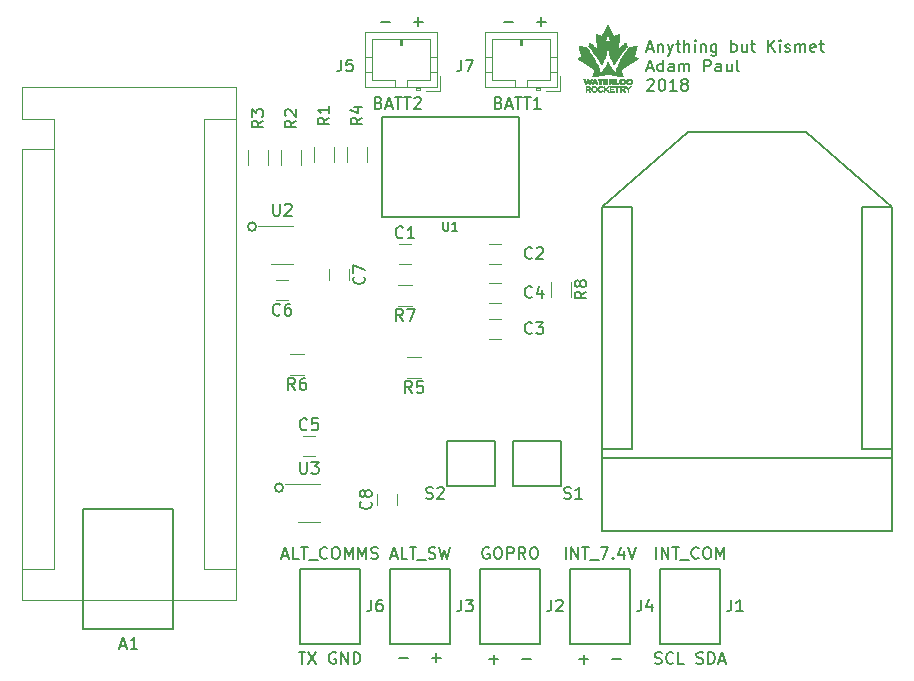
<source format=gto>
G04 #@! TF.FileFunction,Legend,Top*
%FSLAX46Y46*%
G04 Gerber Fmt 4.6, Leading zero omitted, Abs format (unit mm)*
G04 Created by KiCad (PCBNEW 4.0.7) date 05/09/18 22:27:07*
%MOMM*%
%LPD*%
G01*
G04 APERTURE LIST*
%ADD10C,0.100000*%
%ADD11C,0.200000*%
%ADD12C,0.150000*%
%ADD13C,0.120000*%
%ADD14C,0.203200*%
%ADD15C,0.010000*%
%ADD16C,0.152400*%
G04 APERTURE END LIST*
D10*
D11*
X97155000Y-146050000D02*
X97155000Y-135890000D01*
X104775000Y-146050000D02*
X97155000Y-146050000D01*
X104775000Y-135890000D02*
X104775000Y-146050000D01*
X97155000Y-135890000D02*
X104775000Y-135890000D01*
D12*
X136381905Y-94670571D02*
X135620000Y-94670571D01*
X136000952Y-94289619D02*
X136000952Y-95051524D01*
X133620000Y-94670571D02*
X132858095Y-94670571D01*
X122229762Y-101528571D02*
X122372619Y-101576190D01*
X122420238Y-101623810D01*
X122467857Y-101719048D01*
X122467857Y-101861905D01*
X122420238Y-101957143D01*
X122372619Y-102004762D01*
X122277381Y-102052381D01*
X121896428Y-102052381D01*
X121896428Y-101052381D01*
X122229762Y-101052381D01*
X122325000Y-101100000D01*
X122372619Y-101147619D01*
X122420238Y-101242857D01*
X122420238Y-101338095D01*
X122372619Y-101433333D01*
X122325000Y-101480952D01*
X122229762Y-101528571D01*
X121896428Y-101528571D01*
X122848809Y-101766667D02*
X123325000Y-101766667D01*
X122753571Y-102052381D02*
X123086904Y-101052381D01*
X123420238Y-102052381D01*
X123610714Y-101052381D02*
X124182143Y-101052381D01*
X123896428Y-102052381D02*
X123896428Y-101052381D01*
X124372619Y-101052381D02*
X124944048Y-101052381D01*
X124658333Y-102052381D02*
X124658333Y-101052381D01*
X125229762Y-101147619D02*
X125277381Y-101100000D01*
X125372619Y-101052381D01*
X125610715Y-101052381D01*
X125705953Y-101100000D01*
X125753572Y-101147619D01*
X125801191Y-101242857D01*
X125801191Y-101338095D01*
X125753572Y-101480952D01*
X125182143Y-102052381D01*
X125801191Y-102052381D01*
X145613809Y-148994762D02*
X145756666Y-149042381D01*
X145994762Y-149042381D01*
X146090000Y-148994762D01*
X146137619Y-148947143D01*
X146185238Y-148851905D01*
X146185238Y-148756667D01*
X146137619Y-148661429D01*
X146090000Y-148613810D01*
X145994762Y-148566190D01*
X145804285Y-148518571D01*
X145709047Y-148470952D01*
X145661428Y-148423333D01*
X145613809Y-148328095D01*
X145613809Y-148232857D01*
X145661428Y-148137619D01*
X145709047Y-148090000D01*
X145804285Y-148042381D01*
X146042381Y-148042381D01*
X146185238Y-148090000D01*
X147185238Y-148947143D02*
X147137619Y-148994762D01*
X146994762Y-149042381D01*
X146899524Y-149042381D01*
X146756666Y-148994762D01*
X146661428Y-148899524D01*
X146613809Y-148804286D01*
X146566190Y-148613810D01*
X146566190Y-148470952D01*
X146613809Y-148280476D01*
X146661428Y-148185238D01*
X146756666Y-148090000D01*
X146899524Y-148042381D01*
X146994762Y-148042381D01*
X147137619Y-148090000D01*
X147185238Y-148137619D01*
X148090000Y-149042381D02*
X147613809Y-149042381D01*
X147613809Y-148042381D01*
X149137619Y-148994762D02*
X149280476Y-149042381D01*
X149518572Y-149042381D01*
X149613810Y-148994762D01*
X149661429Y-148947143D01*
X149709048Y-148851905D01*
X149709048Y-148756667D01*
X149661429Y-148661429D01*
X149613810Y-148613810D01*
X149518572Y-148566190D01*
X149328095Y-148518571D01*
X149232857Y-148470952D01*
X149185238Y-148423333D01*
X149137619Y-148328095D01*
X149137619Y-148232857D01*
X149185238Y-148137619D01*
X149232857Y-148090000D01*
X149328095Y-148042381D01*
X149566191Y-148042381D01*
X149709048Y-148090000D01*
X150137619Y-149042381D02*
X150137619Y-148042381D01*
X150375714Y-148042381D01*
X150518572Y-148090000D01*
X150613810Y-148185238D01*
X150661429Y-148280476D01*
X150709048Y-148470952D01*
X150709048Y-148613810D01*
X150661429Y-148804286D01*
X150613810Y-148899524D01*
X150518572Y-148994762D01*
X150375714Y-149042381D01*
X150137619Y-149042381D01*
X151090000Y-148756667D02*
X151566191Y-148756667D01*
X150994762Y-149042381D02*
X151328095Y-148042381D01*
X151661429Y-149042381D01*
D11*
X111865210Y-112014000D02*
G75*
G03X111865210Y-112014000I-359210J0D01*
G01*
X114151210Y-134112000D02*
G75*
G03X114151210Y-134112000I-359210J0D01*
G01*
D12*
X115443333Y-148042381D02*
X116014762Y-148042381D01*
X115729047Y-149042381D02*
X115729047Y-148042381D01*
X116252857Y-148042381D02*
X116919524Y-149042381D01*
X116919524Y-148042381D02*
X116252857Y-149042381D01*
X118586191Y-148090000D02*
X118490953Y-148042381D01*
X118348096Y-148042381D01*
X118205238Y-148090000D01*
X118110000Y-148185238D01*
X118062381Y-148280476D01*
X118014762Y-148470952D01*
X118014762Y-148613810D01*
X118062381Y-148804286D01*
X118110000Y-148899524D01*
X118205238Y-148994762D01*
X118348096Y-149042381D01*
X118443334Y-149042381D01*
X118586191Y-148994762D01*
X118633810Y-148947143D01*
X118633810Y-148613810D01*
X118443334Y-148613810D01*
X119062381Y-149042381D02*
X119062381Y-148042381D01*
X119633810Y-149042381D01*
X119633810Y-148042381D01*
X120110000Y-149042381D02*
X120110000Y-148042381D01*
X120348095Y-148042381D01*
X120490953Y-148090000D01*
X120586191Y-148185238D01*
X120633810Y-148280476D01*
X120681429Y-148470952D01*
X120681429Y-148613810D01*
X120633810Y-148804286D01*
X120586191Y-148899524D01*
X120490953Y-148994762D01*
X120348095Y-149042381D01*
X120110000Y-149042381D01*
X114062381Y-139866667D02*
X114538572Y-139866667D01*
X113967143Y-140152381D02*
X114300476Y-139152381D01*
X114633810Y-140152381D01*
X115443334Y-140152381D02*
X114967143Y-140152381D01*
X114967143Y-139152381D01*
X115633810Y-139152381D02*
X116205239Y-139152381D01*
X115919524Y-140152381D02*
X115919524Y-139152381D01*
X116300477Y-140247619D02*
X117062382Y-140247619D01*
X117871906Y-140057143D02*
X117824287Y-140104762D01*
X117681430Y-140152381D01*
X117586192Y-140152381D01*
X117443334Y-140104762D01*
X117348096Y-140009524D01*
X117300477Y-139914286D01*
X117252858Y-139723810D01*
X117252858Y-139580952D01*
X117300477Y-139390476D01*
X117348096Y-139295238D01*
X117443334Y-139200000D01*
X117586192Y-139152381D01*
X117681430Y-139152381D01*
X117824287Y-139200000D01*
X117871906Y-139247619D01*
X118490953Y-139152381D02*
X118681430Y-139152381D01*
X118776668Y-139200000D01*
X118871906Y-139295238D01*
X118919525Y-139485714D01*
X118919525Y-139819048D01*
X118871906Y-140009524D01*
X118776668Y-140104762D01*
X118681430Y-140152381D01*
X118490953Y-140152381D01*
X118395715Y-140104762D01*
X118300477Y-140009524D01*
X118252858Y-139819048D01*
X118252858Y-139485714D01*
X118300477Y-139295238D01*
X118395715Y-139200000D01*
X118490953Y-139152381D01*
X119348096Y-140152381D02*
X119348096Y-139152381D01*
X119681430Y-139866667D01*
X120014763Y-139152381D01*
X120014763Y-140152381D01*
X120490953Y-140152381D02*
X120490953Y-139152381D01*
X120824287Y-139866667D01*
X121157620Y-139152381D01*
X121157620Y-140152381D01*
X121586191Y-140104762D02*
X121729048Y-140152381D01*
X121967144Y-140152381D01*
X122062382Y-140104762D01*
X122110001Y-140057143D01*
X122157620Y-139961905D01*
X122157620Y-139866667D01*
X122110001Y-139771429D01*
X122062382Y-139723810D01*
X121967144Y-139676190D01*
X121776667Y-139628571D01*
X121681429Y-139580952D01*
X121633810Y-139533333D01*
X121586191Y-139438095D01*
X121586191Y-139342857D01*
X121633810Y-139247619D01*
X121681429Y-139200000D01*
X121776667Y-139152381D01*
X122014763Y-139152381D01*
X122157620Y-139200000D01*
X123277619Y-139866667D02*
X123753810Y-139866667D01*
X123182381Y-140152381D02*
X123515714Y-139152381D01*
X123849048Y-140152381D01*
X124658572Y-140152381D02*
X124182381Y-140152381D01*
X124182381Y-139152381D01*
X124849048Y-139152381D02*
X125420477Y-139152381D01*
X125134762Y-140152381D02*
X125134762Y-139152381D01*
X125515715Y-140247619D02*
X126277620Y-140247619D01*
X126468096Y-140104762D02*
X126610953Y-140152381D01*
X126849049Y-140152381D01*
X126944287Y-140104762D01*
X126991906Y-140057143D01*
X127039525Y-139961905D01*
X127039525Y-139866667D01*
X126991906Y-139771429D01*
X126944287Y-139723810D01*
X126849049Y-139676190D01*
X126658572Y-139628571D01*
X126563334Y-139580952D01*
X126515715Y-139533333D01*
X126468096Y-139438095D01*
X126468096Y-139342857D01*
X126515715Y-139247619D01*
X126563334Y-139200000D01*
X126658572Y-139152381D01*
X126896668Y-139152381D01*
X127039525Y-139200000D01*
X127372858Y-139152381D02*
X127610953Y-140152381D01*
X127801430Y-139438095D01*
X127991906Y-140152381D01*
X128230001Y-139152381D01*
X131564286Y-139200000D02*
X131469048Y-139152381D01*
X131326191Y-139152381D01*
X131183333Y-139200000D01*
X131088095Y-139295238D01*
X131040476Y-139390476D01*
X130992857Y-139580952D01*
X130992857Y-139723810D01*
X131040476Y-139914286D01*
X131088095Y-140009524D01*
X131183333Y-140104762D01*
X131326191Y-140152381D01*
X131421429Y-140152381D01*
X131564286Y-140104762D01*
X131611905Y-140057143D01*
X131611905Y-139723810D01*
X131421429Y-139723810D01*
X132230952Y-139152381D02*
X132421429Y-139152381D01*
X132516667Y-139200000D01*
X132611905Y-139295238D01*
X132659524Y-139485714D01*
X132659524Y-139819048D01*
X132611905Y-140009524D01*
X132516667Y-140104762D01*
X132421429Y-140152381D01*
X132230952Y-140152381D01*
X132135714Y-140104762D01*
X132040476Y-140009524D01*
X131992857Y-139819048D01*
X131992857Y-139485714D01*
X132040476Y-139295238D01*
X132135714Y-139200000D01*
X132230952Y-139152381D01*
X133088095Y-140152381D02*
X133088095Y-139152381D01*
X133469048Y-139152381D01*
X133564286Y-139200000D01*
X133611905Y-139247619D01*
X133659524Y-139342857D01*
X133659524Y-139485714D01*
X133611905Y-139580952D01*
X133564286Y-139628571D01*
X133469048Y-139676190D01*
X133088095Y-139676190D01*
X134659524Y-140152381D02*
X134326190Y-139676190D01*
X134088095Y-140152381D02*
X134088095Y-139152381D01*
X134469048Y-139152381D01*
X134564286Y-139200000D01*
X134611905Y-139247619D01*
X134659524Y-139342857D01*
X134659524Y-139485714D01*
X134611905Y-139580952D01*
X134564286Y-139628571D01*
X134469048Y-139676190D01*
X134088095Y-139676190D01*
X135278571Y-139152381D02*
X135469048Y-139152381D01*
X135564286Y-139200000D01*
X135659524Y-139295238D01*
X135707143Y-139485714D01*
X135707143Y-139819048D01*
X135659524Y-140009524D01*
X135564286Y-140104762D01*
X135469048Y-140152381D01*
X135278571Y-140152381D01*
X135183333Y-140104762D01*
X135088095Y-140009524D01*
X135040476Y-139819048D01*
X135040476Y-139485714D01*
X135088095Y-139295238D01*
X135183333Y-139200000D01*
X135278571Y-139152381D01*
X138065238Y-140152381D02*
X138065238Y-139152381D01*
X138541428Y-140152381D02*
X138541428Y-139152381D01*
X139112857Y-140152381D01*
X139112857Y-139152381D01*
X139446190Y-139152381D02*
X140017619Y-139152381D01*
X139731904Y-140152381D02*
X139731904Y-139152381D01*
X140112857Y-140247619D02*
X140874762Y-140247619D01*
X141017619Y-139152381D02*
X141684286Y-139152381D01*
X141255714Y-140152381D01*
X142065238Y-140057143D02*
X142112857Y-140104762D01*
X142065238Y-140152381D01*
X142017619Y-140104762D01*
X142065238Y-140057143D01*
X142065238Y-140152381D01*
X142970000Y-139485714D02*
X142970000Y-140152381D01*
X142731904Y-139104762D02*
X142493809Y-139819048D01*
X143112857Y-139819048D01*
X143350952Y-139152381D02*
X143684285Y-140152381D01*
X144017619Y-139152381D01*
X145709048Y-140152381D02*
X145709048Y-139152381D01*
X146185238Y-140152381D02*
X146185238Y-139152381D01*
X146756667Y-140152381D01*
X146756667Y-139152381D01*
X147090000Y-139152381D02*
X147661429Y-139152381D01*
X147375714Y-140152381D02*
X147375714Y-139152381D01*
X147756667Y-140247619D02*
X148518572Y-140247619D01*
X149328096Y-140057143D02*
X149280477Y-140104762D01*
X149137620Y-140152381D01*
X149042382Y-140152381D01*
X148899524Y-140104762D01*
X148804286Y-140009524D01*
X148756667Y-139914286D01*
X148709048Y-139723810D01*
X148709048Y-139580952D01*
X148756667Y-139390476D01*
X148804286Y-139295238D01*
X148899524Y-139200000D01*
X149042382Y-139152381D01*
X149137620Y-139152381D01*
X149280477Y-139200000D01*
X149328096Y-139247619D01*
X149947143Y-139152381D02*
X150137620Y-139152381D01*
X150232858Y-139200000D01*
X150328096Y-139295238D01*
X150375715Y-139485714D01*
X150375715Y-139819048D01*
X150328096Y-140009524D01*
X150232858Y-140104762D01*
X150137620Y-140152381D01*
X149947143Y-140152381D01*
X149851905Y-140104762D01*
X149756667Y-140009524D01*
X149709048Y-139819048D01*
X149709048Y-139485714D01*
X149756667Y-139295238D01*
X149851905Y-139200000D01*
X149947143Y-139152381D01*
X150804286Y-140152381D02*
X150804286Y-139152381D01*
X151137620Y-139866667D01*
X151470953Y-139152381D01*
X151470953Y-140152381D01*
X132389762Y-101528571D02*
X132532619Y-101576190D01*
X132580238Y-101623810D01*
X132627857Y-101719048D01*
X132627857Y-101861905D01*
X132580238Y-101957143D01*
X132532619Y-102004762D01*
X132437381Y-102052381D01*
X132056428Y-102052381D01*
X132056428Y-101052381D01*
X132389762Y-101052381D01*
X132485000Y-101100000D01*
X132532619Y-101147619D01*
X132580238Y-101242857D01*
X132580238Y-101338095D01*
X132532619Y-101433333D01*
X132485000Y-101480952D01*
X132389762Y-101528571D01*
X132056428Y-101528571D01*
X133008809Y-101766667D02*
X133485000Y-101766667D01*
X132913571Y-102052381D02*
X133246904Y-101052381D01*
X133580238Y-102052381D01*
X133770714Y-101052381D02*
X134342143Y-101052381D01*
X134056428Y-102052381D02*
X134056428Y-101052381D01*
X134532619Y-101052381D02*
X135104048Y-101052381D01*
X134818333Y-102052381D02*
X134818333Y-101052381D01*
X135961191Y-102052381D02*
X135389762Y-102052381D01*
X135675476Y-102052381D02*
X135675476Y-101052381D01*
X135580238Y-101195238D01*
X135485000Y-101290476D01*
X135389762Y-101338095D01*
X131588095Y-148661429D02*
X132350000Y-148661429D01*
X131969048Y-149042381D02*
X131969048Y-148280476D01*
X134350000Y-148661429D02*
X135111905Y-148661429D01*
X139208095Y-148661429D02*
X139970000Y-148661429D01*
X139589048Y-149042381D02*
X139589048Y-148280476D01*
X141970000Y-148661429D02*
X142731905Y-148661429D01*
X125967905Y-94670571D02*
X125206000Y-94670571D01*
X125586952Y-94289619D02*
X125586952Y-95051524D01*
X123206000Y-94670571D02*
X122444095Y-94670571D01*
X127491905Y-148518571D02*
X126730000Y-148518571D01*
X127110952Y-148137619D02*
X127110952Y-148899524D01*
X124730000Y-148518571D02*
X123968095Y-148518571D01*
X144970476Y-96941667D02*
X145446667Y-96941667D01*
X144875238Y-97227381D02*
X145208571Y-96227381D01*
X145541905Y-97227381D01*
X145875238Y-96560714D02*
X145875238Y-97227381D01*
X145875238Y-96655952D02*
X145922857Y-96608333D01*
X146018095Y-96560714D01*
X146160953Y-96560714D01*
X146256191Y-96608333D01*
X146303810Y-96703571D01*
X146303810Y-97227381D01*
X146684762Y-96560714D02*
X146922857Y-97227381D01*
X147160953Y-96560714D02*
X146922857Y-97227381D01*
X146827619Y-97465476D01*
X146780000Y-97513095D01*
X146684762Y-97560714D01*
X147399048Y-96560714D02*
X147780000Y-96560714D01*
X147541905Y-96227381D02*
X147541905Y-97084524D01*
X147589524Y-97179762D01*
X147684762Y-97227381D01*
X147780000Y-97227381D01*
X148113334Y-97227381D02*
X148113334Y-96227381D01*
X148541906Y-97227381D02*
X148541906Y-96703571D01*
X148494287Y-96608333D01*
X148399049Y-96560714D01*
X148256191Y-96560714D01*
X148160953Y-96608333D01*
X148113334Y-96655952D01*
X149018096Y-97227381D02*
X149018096Y-96560714D01*
X149018096Y-96227381D02*
X148970477Y-96275000D01*
X149018096Y-96322619D01*
X149065715Y-96275000D01*
X149018096Y-96227381D01*
X149018096Y-96322619D01*
X149494286Y-96560714D02*
X149494286Y-97227381D01*
X149494286Y-96655952D02*
X149541905Y-96608333D01*
X149637143Y-96560714D01*
X149780001Y-96560714D01*
X149875239Y-96608333D01*
X149922858Y-96703571D01*
X149922858Y-97227381D01*
X150827620Y-96560714D02*
X150827620Y-97370238D01*
X150780001Y-97465476D01*
X150732382Y-97513095D01*
X150637143Y-97560714D01*
X150494286Y-97560714D01*
X150399048Y-97513095D01*
X150827620Y-97179762D02*
X150732382Y-97227381D01*
X150541905Y-97227381D01*
X150446667Y-97179762D01*
X150399048Y-97132143D01*
X150351429Y-97036905D01*
X150351429Y-96751190D01*
X150399048Y-96655952D01*
X150446667Y-96608333D01*
X150541905Y-96560714D01*
X150732382Y-96560714D01*
X150827620Y-96608333D01*
X152065715Y-97227381D02*
X152065715Y-96227381D01*
X152065715Y-96608333D02*
X152160953Y-96560714D01*
X152351430Y-96560714D01*
X152446668Y-96608333D01*
X152494287Y-96655952D01*
X152541906Y-96751190D01*
X152541906Y-97036905D01*
X152494287Y-97132143D01*
X152446668Y-97179762D01*
X152351430Y-97227381D01*
X152160953Y-97227381D01*
X152065715Y-97179762D01*
X153399049Y-96560714D02*
X153399049Y-97227381D01*
X152970477Y-96560714D02*
X152970477Y-97084524D01*
X153018096Y-97179762D01*
X153113334Y-97227381D01*
X153256192Y-97227381D01*
X153351430Y-97179762D01*
X153399049Y-97132143D01*
X153732382Y-96560714D02*
X154113334Y-96560714D01*
X153875239Y-96227381D02*
X153875239Y-97084524D01*
X153922858Y-97179762D01*
X154018096Y-97227381D01*
X154113334Y-97227381D01*
X155208573Y-97227381D02*
X155208573Y-96227381D01*
X155780002Y-97227381D02*
X155351430Y-96655952D01*
X155780002Y-96227381D02*
X155208573Y-96798810D01*
X156208573Y-97227381D02*
X156208573Y-96560714D01*
X156208573Y-96227381D02*
X156160954Y-96275000D01*
X156208573Y-96322619D01*
X156256192Y-96275000D01*
X156208573Y-96227381D01*
X156208573Y-96322619D01*
X156637144Y-97179762D02*
X156732382Y-97227381D01*
X156922858Y-97227381D01*
X157018097Y-97179762D01*
X157065716Y-97084524D01*
X157065716Y-97036905D01*
X157018097Y-96941667D01*
X156922858Y-96894048D01*
X156780001Y-96894048D01*
X156684763Y-96846429D01*
X156637144Y-96751190D01*
X156637144Y-96703571D01*
X156684763Y-96608333D01*
X156780001Y-96560714D01*
X156922858Y-96560714D01*
X157018097Y-96608333D01*
X157494287Y-97227381D02*
X157494287Y-96560714D01*
X157494287Y-96655952D02*
X157541906Y-96608333D01*
X157637144Y-96560714D01*
X157780002Y-96560714D01*
X157875240Y-96608333D01*
X157922859Y-96703571D01*
X157922859Y-97227381D01*
X157922859Y-96703571D02*
X157970478Y-96608333D01*
X158065716Y-96560714D01*
X158208573Y-96560714D01*
X158303811Y-96608333D01*
X158351430Y-96703571D01*
X158351430Y-97227381D01*
X159208573Y-97179762D02*
X159113335Y-97227381D01*
X158922858Y-97227381D01*
X158827620Y-97179762D01*
X158780001Y-97084524D01*
X158780001Y-96703571D01*
X158827620Y-96608333D01*
X158922858Y-96560714D01*
X159113335Y-96560714D01*
X159208573Y-96608333D01*
X159256192Y-96703571D01*
X159256192Y-96798810D01*
X158780001Y-96894048D01*
X159541906Y-96560714D02*
X159922858Y-96560714D01*
X159684763Y-96227381D02*
X159684763Y-97084524D01*
X159732382Y-97179762D01*
X159827620Y-97227381D01*
X159922858Y-97227381D01*
X144970476Y-98591667D02*
X145446667Y-98591667D01*
X144875238Y-98877381D02*
X145208571Y-97877381D01*
X145541905Y-98877381D01*
X146303810Y-98877381D02*
X146303810Y-97877381D01*
X146303810Y-98829762D02*
X146208572Y-98877381D01*
X146018095Y-98877381D01*
X145922857Y-98829762D01*
X145875238Y-98782143D01*
X145827619Y-98686905D01*
X145827619Y-98401190D01*
X145875238Y-98305952D01*
X145922857Y-98258333D01*
X146018095Y-98210714D01*
X146208572Y-98210714D01*
X146303810Y-98258333D01*
X147208572Y-98877381D02*
X147208572Y-98353571D01*
X147160953Y-98258333D01*
X147065715Y-98210714D01*
X146875238Y-98210714D01*
X146780000Y-98258333D01*
X147208572Y-98829762D02*
X147113334Y-98877381D01*
X146875238Y-98877381D01*
X146780000Y-98829762D01*
X146732381Y-98734524D01*
X146732381Y-98639286D01*
X146780000Y-98544048D01*
X146875238Y-98496429D01*
X147113334Y-98496429D01*
X147208572Y-98448810D01*
X147684762Y-98877381D02*
X147684762Y-98210714D01*
X147684762Y-98305952D02*
X147732381Y-98258333D01*
X147827619Y-98210714D01*
X147970477Y-98210714D01*
X148065715Y-98258333D01*
X148113334Y-98353571D01*
X148113334Y-98877381D01*
X148113334Y-98353571D02*
X148160953Y-98258333D01*
X148256191Y-98210714D01*
X148399048Y-98210714D01*
X148494286Y-98258333D01*
X148541905Y-98353571D01*
X148541905Y-98877381D01*
X149780000Y-98877381D02*
X149780000Y-97877381D01*
X150160953Y-97877381D01*
X150256191Y-97925000D01*
X150303810Y-97972619D01*
X150351429Y-98067857D01*
X150351429Y-98210714D01*
X150303810Y-98305952D01*
X150256191Y-98353571D01*
X150160953Y-98401190D01*
X149780000Y-98401190D01*
X151208572Y-98877381D02*
X151208572Y-98353571D01*
X151160953Y-98258333D01*
X151065715Y-98210714D01*
X150875238Y-98210714D01*
X150780000Y-98258333D01*
X151208572Y-98829762D02*
X151113334Y-98877381D01*
X150875238Y-98877381D01*
X150780000Y-98829762D01*
X150732381Y-98734524D01*
X150732381Y-98639286D01*
X150780000Y-98544048D01*
X150875238Y-98496429D01*
X151113334Y-98496429D01*
X151208572Y-98448810D01*
X152113334Y-98210714D02*
X152113334Y-98877381D01*
X151684762Y-98210714D02*
X151684762Y-98734524D01*
X151732381Y-98829762D01*
X151827619Y-98877381D01*
X151970477Y-98877381D01*
X152065715Y-98829762D01*
X152113334Y-98782143D01*
X152732381Y-98877381D02*
X152637143Y-98829762D01*
X152589524Y-98734524D01*
X152589524Y-97877381D01*
X144970476Y-99622619D02*
X145018095Y-99575000D01*
X145113333Y-99527381D01*
X145351429Y-99527381D01*
X145446667Y-99575000D01*
X145494286Y-99622619D01*
X145541905Y-99717857D01*
X145541905Y-99813095D01*
X145494286Y-99955952D01*
X144922857Y-100527381D01*
X145541905Y-100527381D01*
X146160952Y-99527381D02*
X146256191Y-99527381D01*
X146351429Y-99575000D01*
X146399048Y-99622619D01*
X146446667Y-99717857D01*
X146494286Y-99908333D01*
X146494286Y-100146429D01*
X146446667Y-100336905D01*
X146399048Y-100432143D01*
X146351429Y-100479762D01*
X146256191Y-100527381D01*
X146160952Y-100527381D01*
X146065714Y-100479762D01*
X146018095Y-100432143D01*
X145970476Y-100336905D01*
X145922857Y-100146429D01*
X145922857Y-99908333D01*
X145970476Y-99717857D01*
X146018095Y-99622619D01*
X146065714Y-99575000D01*
X146160952Y-99527381D01*
X147446667Y-100527381D02*
X146875238Y-100527381D01*
X147160952Y-100527381D02*
X147160952Y-99527381D01*
X147065714Y-99670238D01*
X146970476Y-99765476D01*
X146875238Y-99813095D01*
X148018095Y-99955952D02*
X147922857Y-99908333D01*
X147875238Y-99860714D01*
X147827619Y-99765476D01*
X147827619Y-99717857D01*
X147875238Y-99622619D01*
X147922857Y-99575000D01*
X148018095Y-99527381D01*
X148208572Y-99527381D01*
X148303810Y-99575000D01*
X148351429Y-99622619D01*
X148399048Y-99717857D01*
X148399048Y-99765476D01*
X148351429Y-99860714D01*
X148303810Y-99908333D01*
X148208572Y-99955952D01*
X148018095Y-99955952D01*
X147922857Y-100003571D01*
X147875238Y-100051190D01*
X147827619Y-100146429D01*
X147827619Y-100336905D01*
X147875238Y-100432143D01*
X147922857Y-100479762D01*
X148018095Y-100527381D01*
X148208572Y-100527381D01*
X148303810Y-100479762D01*
X148351429Y-100432143D01*
X148399048Y-100336905D01*
X148399048Y-100146429D01*
X148351429Y-100051190D01*
X148303810Y-100003571D01*
X148208572Y-99955952D01*
X137922095Y-135024762D02*
X138064952Y-135072381D01*
X138303048Y-135072381D01*
X138398286Y-135024762D01*
X138445905Y-134977143D01*
X138493524Y-134881905D01*
X138493524Y-134786667D01*
X138445905Y-134691429D01*
X138398286Y-134643810D01*
X138303048Y-134596190D01*
X138112571Y-134548571D01*
X138017333Y-134500952D01*
X137969714Y-134453333D01*
X137922095Y-134358095D01*
X137922095Y-134262857D01*
X137969714Y-134167619D01*
X138017333Y-134120000D01*
X138112571Y-134072381D01*
X138350667Y-134072381D01*
X138493524Y-134120000D01*
X139445905Y-135072381D02*
X138874476Y-135072381D01*
X139160190Y-135072381D02*
X139160190Y-134072381D01*
X139064952Y-134215238D01*
X138969714Y-134310476D01*
X138874476Y-134358095D01*
X126238095Y-135024762D02*
X126380952Y-135072381D01*
X126619048Y-135072381D01*
X126714286Y-135024762D01*
X126761905Y-134977143D01*
X126809524Y-134881905D01*
X126809524Y-134786667D01*
X126761905Y-134691429D01*
X126714286Y-134643810D01*
X126619048Y-134596190D01*
X126428571Y-134548571D01*
X126333333Y-134500952D01*
X126285714Y-134453333D01*
X126238095Y-134358095D01*
X126238095Y-134262857D01*
X126285714Y-134167619D01*
X126333333Y-134120000D01*
X126428571Y-134072381D01*
X126666667Y-134072381D01*
X126809524Y-134120000D01*
X127190476Y-134167619D02*
X127238095Y-134120000D01*
X127333333Y-134072381D01*
X127571429Y-134072381D01*
X127666667Y-134120000D01*
X127714286Y-134167619D01*
X127761905Y-134262857D01*
X127761905Y-134358095D01*
X127714286Y-134500952D01*
X127142857Y-135072381D01*
X127761905Y-135072381D01*
D13*
X111134000Y-106772000D02*
X111134000Y-105572000D01*
X112894000Y-105572000D02*
X112894000Y-106772000D01*
X119516000Y-106518000D02*
X119516000Y-105318000D01*
X121276000Y-105318000D02*
X121276000Y-106518000D01*
X94742000Y-105410000D02*
X94742000Y-102870000D01*
X94742000Y-102870000D02*
X92072000Y-102870000D01*
X92072000Y-105410000D02*
X92072000Y-143640000D01*
X92072000Y-100200000D02*
X92072000Y-102870000D01*
X107442000Y-102870000D02*
X110112000Y-102870000D01*
X107442000Y-102870000D02*
X107442000Y-140970000D01*
X107442000Y-140970000D02*
X110112000Y-140970000D01*
X94742000Y-105410000D02*
X92072000Y-105410000D01*
X94742000Y-105410000D02*
X94742000Y-140970000D01*
X94742000Y-140970000D02*
X92072000Y-140970000D01*
X92072000Y-143640000D02*
X110112000Y-143640000D01*
X110112000Y-143640000D02*
X110112000Y-100200000D01*
X110112000Y-100200000D02*
X92072000Y-100200000D01*
X124960000Y-113450000D02*
X123960000Y-113450000D01*
X123960000Y-115150000D02*
X124960000Y-115150000D01*
X132580000Y-113450000D02*
X131580000Y-113450000D01*
X131580000Y-115150000D02*
X132580000Y-115150000D01*
X116722000Y-106518000D02*
X116722000Y-105318000D01*
X118482000Y-105318000D02*
X118482000Y-106518000D01*
X113928000Y-106772000D02*
X113928000Y-105572000D01*
X115688000Y-105572000D02*
X115688000Y-106772000D01*
D14*
X134070000Y-111220000D02*
X122470000Y-111220000D01*
X122470000Y-102720000D02*
X134070000Y-102720000D01*
X134070000Y-111220000D02*
X134070000Y-102720000D01*
X122470000Y-111220000D02*
X122470000Y-102720000D01*
D15*
G36*
X140484483Y-100110705D02*
X140532615Y-100122425D01*
X140575790Y-100142407D01*
X140613351Y-100169709D01*
X140644643Y-100203386D01*
X140669009Y-100242497D01*
X140685792Y-100286099D01*
X140694337Y-100333248D01*
X140693985Y-100383002D01*
X140690606Y-100406776D01*
X140679014Y-100445915D01*
X140659679Y-100484600D01*
X140634305Y-100520442D01*
X140604596Y-100551054D01*
X140572255Y-100574047D01*
X140570621Y-100574942D01*
X140530445Y-100591535D01*
X140485560Y-100601375D01*
X140439156Y-100604103D01*
X140394419Y-100599360D01*
X140381251Y-100596280D01*
X140337252Y-100579519D01*
X140298705Y-100555046D01*
X140266094Y-100524012D01*
X140239906Y-100487571D01*
X140220627Y-100446874D01*
X140208743Y-100403073D01*
X140204739Y-100357320D01*
X140204918Y-100355400D01*
X140266428Y-100355400D01*
X140266715Y-100380749D01*
X140267922Y-100399037D01*
X140270567Y-100413356D01*
X140275165Y-100426797D01*
X140280312Y-100438386D01*
X140300593Y-100474622D01*
X140324072Y-100502649D01*
X140349152Y-100522342D01*
X140387288Y-100540972D01*
X140428356Y-100550491D01*
X140470528Y-100550768D01*
X140511978Y-100541668D01*
X140527930Y-100535380D01*
X140560131Y-100515812D01*
X140588946Y-100488348D01*
X140612233Y-100455173D01*
X140618565Y-100442867D01*
X140624733Y-100428659D01*
X140628711Y-100415748D01*
X140630966Y-100401218D01*
X140631966Y-100382151D01*
X140632180Y-100357940D01*
X140631940Y-100332236D01*
X140630888Y-100313692D01*
X140628523Y-100299311D01*
X140624347Y-100286097D01*
X140617857Y-100271053D01*
X140617579Y-100270450D01*
X140599717Y-100240866D01*
X140575244Y-100212840D01*
X140547150Y-100189397D01*
X140524233Y-100176046D01*
X140510281Y-100170532D01*
X140495519Y-100167137D01*
X140476911Y-100165411D01*
X140451418Y-100164901D01*
X140449300Y-100164900D01*
X140424626Y-100165209D01*
X140406916Y-100166515D01*
X140392981Y-100169379D01*
X140379633Y-100174366D01*
X140369927Y-100178931D01*
X140340059Y-100198254D01*
X140312267Y-100224855D01*
X140289282Y-100255874D01*
X140280038Y-100273012D01*
X140273713Y-100287662D01*
X140269699Y-100301011D01*
X140267487Y-100316131D01*
X140266571Y-100336097D01*
X140266428Y-100355400D01*
X140204918Y-100355400D01*
X140209101Y-100310767D01*
X140222316Y-100264567D01*
X140232081Y-100242582D01*
X140258177Y-100201286D01*
X140291165Y-100166749D01*
X140329832Y-100139605D01*
X140372965Y-100120487D01*
X140419351Y-100110031D01*
X140467775Y-100108871D01*
X140484483Y-100110705D01*
X140484483Y-100110705D01*
G37*
X140484483Y-100110705D02*
X140532615Y-100122425D01*
X140575790Y-100142407D01*
X140613351Y-100169709D01*
X140644643Y-100203386D01*
X140669009Y-100242497D01*
X140685792Y-100286099D01*
X140694337Y-100333248D01*
X140693985Y-100383002D01*
X140690606Y-100406776D01*
X140679014Y-100445915D01*
X140659679Y-100484600D01*
X140634305Y-100520442D01*
X140604596Y-100551054D01*
X140572255Y-100574047D01*
X140570621Y-100574942D01*
X140530445Y-100591535D01*
X140485560Y-100601375D01*
X140439156Y-100604103D01*
X140394419Y-100599360D01*
X140381251Y-100596280D01*
X140337252Y-100579519D01*
X140298705Y-100555046D01*
X140266094Y-100524012D01*
X140239906Y-100487571D01*
X140220627Y-100446874D01*
X140208743Y-100403073D01*
X140204739Y-100357320D01*
X140204918Y-100355400D01*
X140266428Y-100355400D01*
X140266715Y-100380749D01*
X140267922Y-100399037D01*
X140270567Y-100413356D01*
X140275165Y-100426797D01*
X140280312Y-100438386D01*
X140300593Y-100474622D01*
X140324072Y-100502649D01*
X140349152Y-100522342D01*
X140387288Y-100540972D01*
X140428356Y-100550491D01*
X140470528Y-100550768D01*
X140511978Y-100541668D01*
X140527930Y-100535380D01*
X140560131Y-100515812D01*
X140588946Y-100488348D01*
X140612233Y-100455173D01*
X140618565Y-100442867D01*
X140624733Y-100428659D01*
X140628711Y-100415748D01*
X140630966Y-100401218D01*
X140631966Y-100382151D01*
X140632180Y-100357940D01*
X140631940Y-100332236D01*
X140630888Y-100313692D01*
X140628523Y-100299311D01*
X140624347Y-100286097D01*
X140617857Y-100271053D01*
X140617579Y-100270450D01*
X140599717Y-100240866D01*
X140575244Y-100212840D01*
X140547150Y-100189397D01*
X140524233Y-100176046D01*
X140510281Y-100170532D01*
X140495519Y-100167137D01*
X140476911Y-100165411D01*
X140451418Y-100164901D01*
X140449300Y-100164900D01*
X140424626Y-100165209D01*
X140406916Y-100166515D01*
X140392981Y-100169379D01*
X140379633Y-100174366D01*
X140369927Y-100178931D01*
X140340059Y-100198254D01*
X140312267Y-100224855D01*
X140289282Y-100255874D01*
X140280038Y-100273012D01*
X140273713Y-100287662D01*
X140269699Y-100301011D01*
X140267487Y-100316131D01*
X140266571Y-100336097D01*
X140266428Y-100355400D01*
X140204918Y-100355400D01*
X140209101Y-100310767D01*
X140222316Y-100264567D01*
X140232081Y-100242582D01*
X140258177Y-100201286D01*
X140291165Y-100166749D01*
X140329832Y-100139605D01*
X140372965Y-100120487D01*
X140419351Y-100110031D01*
X140467775Y-100108871D01*
X140484483Y-100110705D01*
G36*
X141053697Y-100111833D02*
X141097559Y-100123926D01*
X141138489Y-100144265D01*
X141168609Y-100166980D01*
X141190980Y-100187066D01*
X141172269Y-100206038D01*
X141161122Y-100216902D01*
X141154061Y-100221423D01*
X141148153Y-100220599D01*
X141141789Y-100216401D01*
X141109044Y-100193936D01*
X141080614Y-100178221D01*
X141054067Y-100168407D01*
X141026973Y-100163646D01*
X140996902Y-100163089D01*
X140990047Y-100163422D01*
X140949855Y-100169526D01*
X140915176Y-100183415D01*
X140884030Y-100206033D01*
X140869063Y-100221021D01*
X140847103Y-100248861D01*
X140832385Y-100277481D01*
X140823950Y-100309546D01*
X140820841Y-100347723D01*
X140820772Y-100355400D01*
X140823284Y-100396255D01*
X140831399Y-100430919D01*
X140845986Y-100462188D01*
X140860623Y-100483699D01*
X140887253Y-100510642D01*
X140920431Y-100531687D01*
X140957818Y-100545856D01*
X140997073Y-100552172D01*
X141023095Y-100551541D01*
X141055742Y-100544483D01*
X141089770Y-100530985D01*
X141120825Y-100512996D01*
X141136142Y-100500928D01*
X141156251Y-100482761D01*
X141175163Y-100502130D01*
X141194076Y-100521498D01*
X141174923Y-100538315D01*
X141134507Y-100568553D01*
X141092458Y-100589216D01*
X141047234Y-100600888D01*
X141001214Y-100604188D01*
X140968604Y-100602632D01*
X140940698Y-100597670D01*
X140923120Y-100592409D01*
X140879738Y-100572633D01*
X140842458Y-100545656D01*
X140811622Y-100512646D01*
X140787571Y-100474769D01*
X140770646Y-100433193D01*
X140761189Y-100389086D01*
X140759541Y-100343616D01*
X140766044Y-100297949D01*
X140781039Y-100253254D01*
X140804867Y-100210698D01*
X140809581Y-100204086D01*
X140840799Y-100169834D01*
X140877724Y-100142934D01*
X140918916Y-100123535D01*
X140962936Y-100111786D01*
X141008343Y-100107836D01*
X141053697Y-100111833D01*
X141053697Y-100111833D01*
G37*
X141053697Y-100111833D02*
X141097559Y-100123926D01*
X141138489Y-100144265D01*
X141168609Y-100166980D01*
X141190980Y-100187066D01*
X141172269Y-100206038D01*
X141161122Y-100216902D01*
X141154061Y-100221423D01*
X141148153Y-100220599D01*
X141141789Y-100216401D01*
X141109044Y-100193936D01*
X141080614Y-100178221D01*
X141054067Y-100168407D01*
X141026973Y-100163646D01*
X140996902Y-100163089D01*
X140990047Y-100163422D01*
X140949855Y-100169526D01*
X140915176Y-100183415D01*
X140884030Y-100206033D01*
X140869063Y-100221021D01*
X140847103Y-100248861D01*
X140832385Y-100277481D01*
X140823950Y-100309546D01*
X140820841Y-100347723D01*
X140820772Y-100355400D01*
X140823284Y-100396255D01*
X140831399Y-100430919D01*
X140845986Y-100462188D01*
X140860623Y-100483699D01*
X140887253Y-100510642D01*
X140920431Y-100531687D01*
X140957818Y-100545856D01*
X140997073Y-100552172D01*
X141023095Y-100551541D01*
X141055742Y-100544483D01*
X141089770Y-100530985D01*
X141120825Y-100512996D01*
X141136142Y-100500928D01*
X141156251Y-100482761D01*
X141175163Y-100502130D01*
X141194076Y-100521498D01*
X141174923Y-100538315D01*
X141134507Y-100568553D01*
X141092458Y-100589216D01*
X141047234Y-100600888D01*
X141001214Y-100604188D01*
X140968604Y-100602632D01*
X140940698Y-100597670D01*
X140923120Y-100592409D01*
X140879738Y-100572633D01*
X140842458Y-100545656D01*
X140811622Y-100512646D01*
X140787571Y-100474769D01*
X140770646Y-100433193D01*
X140761189Y-100389086D01*
X140759541Y-100343616D01*
X140766044Y-100297949D01*
X140781039Y-100253254D01*
X140804867Y-100210698D01*
X140809581Y-100204086D01*
X140840799Y-100169834D01*
X140877724Y-100142934D01*
X140918916Y-100123535D01*
X140962936Y-100111786D01*
X141008343Y-100107836D01*
X141053697Y-100111833D01*
G36*
X139904494Y-100116722D02*
X139935811Y-100117036D01*
X139960062Y-100117682D01*
X139978795Y-100118760D01*
X139993555Y-100120370D01*
X140005891Y-100122611D01*
X140017348Y-100125584D01*
X140021300Y-100126774D01*
X140057374Y-100142510D01*
X140085984Y-100164822D01*
X140106674Y-100193109D01*
X140118989Y-100226767D01*
X140122536Y-100260474D01*
X140117913Y-100298243D01*
X140104442Y-100331468D01*
X140082724Y-100359343D01*
X140053358Y-100381064D01*
X140023025Y-100394027D01*
X139995717Y-100402635D01*
X140065413Y-100494587D01*
X140085649Y-100521346D01*
X140103906Y-100545605D01*
X140119258Y-100566122D01*
X140130776Y-100581655D01*
X140137533Y-100590962D01*
X140138834Y-100592890D01*
X140138409Y-100596362D01*
X140131129Y-100598313D01*
X140115605Y-100599016D01*
X140107969Y-100599019D01*
X140073380Y-100598799D01*
X140003483Y-100505039D01*
X139933586Y-100411280D01*
X139801829Y-100411280D01*
X139800444Y-100503990D01*
X139799060Y-100596700D01*
X139773464Y-100598198D01*
X139758070Y-100598397D01*
X139747125Y-100597246D01*
X139744254Y-100596081D01*
X139743523Y-100590419D01*
X139742841Y-100575610D01*
X139742223Y-100552670D01*
X139741686Y-100522612D01*
X139741244Y-100486451D01*
X139740912Y-100445199D01*
X139740706Y-100399872D01*
X139740650Y-100361286D01*
X139801600Y-100361286D01*
X139894310Y-100359613D01*
X139927748Y-100358918D01*
X139952804Y-100358073D01*
X139971253Y-100356874D01*
X139984873Y-100355111D01*
X139995439Y-100352579D01*
X140004728Y-100349071D01*
X140011288Y-100345989D01*
X140036512Y-100328797D01*
X140053994Y-100307023D01*
X140063762Y-100282378D01*
X140065844Y-100256569D01*
X140060269Y-100231308D01*
X140047064Y-100208303D01*
X140026258Y-100189264D01*
X140008545Y-100179772D01*
X139998235Y-100176285D01*
X139985046Y-100173623D01*
X139967344Y-100171626D01*
X139943498Y-100170134D01*
X139911874Y-100168985D01*
X139894310Y-100168529D01*
X139801600Y-100166326D01*
X139801600Y-100361286D01*
X139740650Y-100361286D01*
X139740640Y-100354553D01*
X139740640Y-100116640D01*
X139864564Y-100116640D01*
X139904494Y-100116722D01*
X139904494Y-100116722D01*
G37*
X139904494Y-100116722D02*
X139935811Y-100117036D01*
X139960062Y-100117682D01*
X139978795Y-100118760D01*
X139993555Y-100120370D01*
X140005891Y-100122611D01*
X140017348Y-100125584D01*
X140021300Y-100126774D01*
X140057374Y-100142510D01*
X140085984Y-100164822D01*
X140106674Y-100193109D01*
X140118989Y-100226767D01*
X140122536Y-100260474D01*
X140117913Y-100298243D01*
X140104442Y-100331468D01*
X140082724Y-100359343D01*
X140053358Y-100381064D01*
X140023025Y-100394027D01*
X139995717Y-100402635D01*
X140065413Y-100494587D01*
X140085649Y-100521346D01*
X140103906Y-100545605D01*
X140119258Y-100566122D01*
X140130776Y-100581655D01*
X140137533Y-100590962D01*
X140138834Y-100592890D01*
X140138409Y-100596362D01*
X140131129Y-100598313D01*
X140115605Y-100599016D01*
X140107969Y-100599019D01*
X140073380Y-100598799D01*
X140003483Y-100505039D01*
X139933586Y-100411280D01*
X139801829Y-100411280D01*
X139800444Y-100503990D01*
X139799060Y-100596700D01*
X139773464Y-100598198D01*
X139758070Y-100598397D01*
X139747125Y-100597246D01*
X139744254Y-100596081D01*
X139743523Y-100590419D01*
X139742841Y-100575610D01*
X139742223Y-100552670D01*
X139741686Y-100522612D01*
X139741244Y-100486451D01*
X139740912Y-100445199D01*
X139740706Y-100399872D01*
X139740650Y-100361286D01*
X139801600Y-100361286D01*
X139894310Y-100359613D01*
X139927748Y-100358918D01*
X139952804Y-100358073D01*
X139971253Y-100356874D01*
X139984873Y-100355111D01*
X139995439Y-100352579D01*
X140004728Y-100349071D01*
X140011288Y-100345989D01*
X140036512Y-100328797D01*
X140053994Y-100307023D01*
X140063762Y-100282378D01*
X140065844Y-100256569D01*
X140060269Y-100231308D01*
X140047064Y-100208303D01*
X140026258Y-100189264D01*
X140008545Y-100179772D01*
X139998235Y-100176285D01*
X139985046Y-100173623D01*
X139967344Y-100171626D01*
X139943498Y-100170134D01*
X139911874Y-100168985D01*
X139894310Y-100168529D01*
X139801600Y-100166326D01*
X139801600Y-100361286D01*
X139740650Y-100361286D01*
X139740640Y-100354553D01*
X139740640Y-100116640D01*
X139864564Y-100116640D01*
X139904494Y-100116722D01*
G36*
X141610011Y-100196472D02*
X141585276Y-100221690D01*
X141561375Y-100246150D01*
X141539784Y-100268335D01*
X141521976Y-100286729D01*
X141509425Y-100299818D01*
X141507107Y-100302268D01*
X141483012Y-100327877D01*
X141587126Y-100458867D01*
X141612235Y-100490488D01*
X141635341Y-100519645D01*
X141655676Y-100545365D01*
X141672474Y-100566678D01*
X141684970Y-100582610D01*
X141692397Y-100592192D01*
X141694139Y-100594548D01*
X141691050Y-100596954D01*
X141679761Y-100598613D01*
X141662225Y-100599239D01*
X141661997Y-100599240D01*
X141626954Y-100599240D01*
X141536476Y-100484940D01*
X141513184Y-100455648D01*
X141491897Y-100429132D01*
X141473433Y-100406392D01*
X141458613Y-100388427D01*
X141448254Y-100376237D01*
X141443176Y-100370822D01*
X141442853Y-100370640D01*
X141438318Y-100374045D01*
X141428054Y-100383388D01*
X141413449Y-100397357D01*
X141395894Y-100414640D01*
X141390274Y-100420260D01*
X141340840Y-100469881D01*
X141340840Y-100599240D01*
X141284960Y-100599240D01*
X141284960Y-100116640D01*
X141340679Y-100116640D01*
X141342029Y-100257181D01*
X141343380Y-100397722D01*
X141477922Y-100258451D01*
X141612465Y-100119180D01*
X141650642Y-100117732D01*
X141688820Y-100116284D01*
X141610011Y-100196472D01*
X141610011Y-100196472D01*
G37*
X141610011Y-100196472D02*
X141585276Y-100221690D01*
X141561375Y-100246150D01*
X141539784Y-100268335D01*
X141521976Y-100286729D01*
X141509425Y-100299818D01*
X141507107Y-100302268D01*
X141483012Y-100327877D01*
X141587126Y-100458867D01*
X141612235Y-100490488D01*
X141635341Y-100519645D01*
X141655676Y-100545365D01*
X141672474Y-100566678D01*
X141684970Y-100582610D01*
X141692397Y-100592192D01*
X141694139Y-100594548D01*
X141691050Y-100596954D01*
X141679761Y-100598613D01*
X141662225Y-100599239D01*
X141661997Y-100599240D01*
X141626954Y-100599240D01*
X141536476Y-100484940D01*
X141513184Y-100455648D01*
X141491897Y-100429132D01*
X141473433Y-100406392D01*
X141458613Y-100388427D01*
X141448254Y-100376237D01*
X141443176Y-100370822D01*
X141442853Y-100370640D01*
X141438318Y-100374045D01*
X141428054Y-100383388D01*
X141413449Y-100397357D01*
X141395894Y-100414640D01*
X141390274Y-100420260D01*
X141340840Y-100469881D01*
X141340840Y-100599240D01*
X141284960Y-100599240D01*
X141284960Y-100116640D01*
X141340679Y-100116640D01*
X141342029Y-100257181D01*
X141343380Y-100397722D01*
X141477922Y-100258451D01*
X141612465Y-100119180D01*
X141650642Y-100117732D01*
X141688820Y-100116284D01*
X141610011Y-100196472D01*
G36*
X142128240Y-100167440D02*
X141833600Y-100167440D01*
X141833600Y-100330000D01*
X142098316Y-100330000D01*
X142095220Y-100378260D01*
X141964410Y-100379615D01*
X141833600Y-100380971D01*
X141833600Y-100543360D01*
X142128240Y-100543360D01*
X142128240Y-100599240D01*
X141777720Y-100599240D01*
X141777720Y-100116640D01*
X142128240Y-100116640D01*
X142128240Y-100167440D01*
X142128240Y-100167440D01*
G37*
X142128240Y-100167440D02*
X141833600Y-100167440D01*
X141833600Y-100330000D01*
X142098316Y-100330000D01*
X142095220Y-100378260D01*
X141964410Y-100379615D01*
X141833600Y-100380971D01*
X141833600Y-100543360D01*
X142128240Y-100543360D01*
X142128240Y-100599240D01*
X141777720Y-100599240D01*
X141777720Y-100116640D01*
X142128240Y-100116640D01*
X142128240Y-100167440D01*
G36*
X142580360Y-100167440D02*
X142417800Y-100167440D01*
X142417800Y-100599240D01*
X142361920Y-100599240D01*
X142361920Y-100167440D01*
X142199360Y-100167440D01*
X142199360Y-100116640D01*
X142580360Y-100116640D01*
X142580360Y-100167440D01*
X142580360Y-100167440D01*
G37*
X142580360Y-100167440D02*
X142417800Y-100167440D01*
X142417800Y-100599240D01*
X142361920Y-100599240D01*
X142361920Y-100167440D01*
X142199360Y-100167440D01*
X142199360Y-100116640D01*
X142580360Y-100116640D01*
X142580360Y-100167440D01*
G36*
X142848112Y-100116906D02*
X142886619Y-100117877D01*
X142917676Y-100119811D01*
X142942632Y-100122966D01*
X142962839Y-100127599D01*
X142979646Y-100133970D01*
X142994403Y-100142337D01*
X143008460Y-100152957D01*
X143013529Y-100157311D01*
X143036957Y-100182578D01*
X143051552Y-100210266D01*
X143058318Y-100242619D01*
X143059075Y-100259133D01*
X143054669Y-100296948D01*
X143041382Y-100330353D01*
X143019857Y-100358477D01*
X142990735Y-100380449D01*
X142959612Y-100393918D01*
X142932650Y-100402417D01*
X143005425Y-100498988D01*
X143025814Y-100526118D01*
X143043999Y-100550457D01*
X143059136Y-100570864D01*
X143070384Y-100586201D01*
X143076900Y-100595329D01*
X143078200Y-100597399D01*
X143073557Y-100598291D01*
X143061372Y-100598873D01*
X143044264Y-100599022D01*
X143043910Y-100599019D01*
X143009620Y-100598799D01*
X142939723Y-100505039D01*
X142869826Y-100411280D01*
X142738069Y-100411280D01*
X142736684Y-100503990D01*
X142735300Y-100596700D01*
X142709704Y-100598198D01*
X142694310Y-100598397D01*
X142683365Y-100597246D01*
X142680494Y-100596081D01*
X142679763Y-100590419D01*
X142679081Y-100575610D01*
X142678463Y-100552670D01*
X142677926Y-100522612D01*
X142677484Y-100486451D01*
X142677152Y-100445199D01*
X142676946Y-100399872D01*
X142676890Y-100361286D01*
X142737840Y-100361286D01*
X142830550Y-100359612D01*
X142864461Y-100358881D01*
X142889978Y-100357959D01*
X142908868Y-100356657D01*
X142922895Y-100354784D01*
X142933826Y-100352151D01*
X142943428Y-100348566D01*
X142946671Y-100347112D01*
X142971795Y-100330711D01*
X142989364Y-100309409D01*
X142999399Y-100284962D01*
X143001920Y-100259123D01*
X142996945Y-100233645D01*
X142984496Y-100210284D01*
X142964591Y-100190793D01*
X142944785Y-100179772D01*
X142934475Y-100176285D01*
X142921286Y-100173623D01*
X142903584Y-100171626D01*
X142879738Y-100170134D01*
X142848114Y-100168985D01*
X142830550Y-100168529D01*
X142737840Y-100166326D01*
X142737840Y-100361286D01*
X142676890Y-100361286D01*
X142676880Y-100354553D01*
X142676880Y-100116640D01*
X142800804Y-100116640D01*
X142848112Y-100116906D01*
X142848112Y-100116906D01*
G37*
X142848112Y-100116906D02*
X142886619Y-100117877D01*
X142917676Y-100119811D01*
X142942632Y-100122966D01*
X142962839Y-100127599D01*
X142979646Y-100133970D01*
X142994403Y-100142337D01*
X143008460Y-100152957D01*
X143013529Y-100157311D01*
X143036957Y-100182578D01*
X143051552Y-100210266D01*
X143058318Y-100242619D01*
X143059075Y-100259133D01*
X143054669Y-100296948D01*
X143041382Y-100330353D01*
X143019857Y-100358477D01*
X142990735Y-100380449D01*
X142959612Y-100393918D01*
X142932650Y-100402417D01*
X143005425Y-100498988D01*
X143025814Y-100526118D01*
X143043999Y-100550457D01*
X143059136Y-100570864D01*
X143070384Y-100586201D01*
X143076900Y-100595329D01*
X143078200Y-100597399D01*
X143073557Y-100598291D01*
X143061372Y-100598873D01*
X143044264Y-100599022D01*
X143043910Y-100599019D01*
X143009620Y-100598799D01*
X142939723Y-100505039D01*
X142869826Y-100411280D01*
X142738069Y-100411280D01*
X142736684Y-100503990D01*
X142735300Y-100596700D01*
X142709704Y-100598198D01*
X142694310Y-100598397D01*
X142683365Y-100597246D01*
X142680494Y-100596081D01*
X142679763Y-100590419D01*
X142679081Y-100575610D01*
X142678463Y-100552670D01*
X142677926Y-100522612D01*
X142677484Y-100486451D01*
X142677152Y-100445199D01*
X142676946Y-100399872D01*
X142676890Y-100361286D01*
X142737840Y-100361286D01*
X142830550Y-100359612D01*
X142864461Y-100358881D01*
X142889978Y-100357959D01*
X142908868Y-100356657D01*
X142922895Y-100354784D01*
X142933826Y-100352151D01*
X142943428Y-100348566D01*
X142946671Y-100347112D01*
X142971795Y-100330711D01*
X142989364Y-100309409D01*
X142999399Y-100284962D01*
X143001920Y-100259123D01*
X142996945Y-100233645D01*
X142984496Y-100210284D01*
X142964591Y-100190793D01*
X142944785Y-100179772D01*
X142934475Y-100176285D01*
X142921286Y-100173623D01*
X142903584Y-100171626D01*
X142879738Y-100170134D01*
X142848114Y-100168985D01*
X142830550Y-100168529D01*
X142737840Y-100166326D01*
X142737840Y-100361286D01*
X142676890Y-100361286D01*
X142676880Y-100354553D01*
X142676880Y-100116640D01*
X142800804Y-100116640D01*
X142848112Y-100116906D01*
G36*
X143552906Y-100130610D02*
X143547823Y-100138180D01*
X143537749Y-100152963D01*
X143523468Y-100173813D01*
X143505767Y-100199584D01*
X143485432Y-100229132D01*
X143463248Y-100261313D01*
X143453261Y-100275783D01*
X143362680Y-100406987D01*
X143362680Y-100599240D01*
X143306800Y-100599240D01*
X143306800Y-100408639D01*
X143207740Y-100264997D01*
X143184457Y-100231163D01*
X143163121Y-100200018D01*
X143144393Y-100172539D01*
X143128935Y-100149702D01*
X143117409Y-100132483D01*
X143110475Y-100121859D01*
X143108680Y-100118765D01*
X143113312Y-100117667D01*
X143125457Y-100117276D01*
X143142487Y-100117677D01*
X143142506Y-100117677D01*
X143176333Y-100119180D01*
X143335109Y-100353858D01*
X143415950Y-100235249D01*
X143496792Y-100116640D01*
X143561968Y-100116640D01*
X143552906Y-100130610D01*
X143552906Y-100130610D01*
G37*
X143552906Y-100130610D02*
X143547823Y-100138180D01*
X143537749Y-100152963D01*
X143523468Y-100173813D01*
X143505767Y-100199584D01*
X143485432Y-100229132D01*
X143463248Y-100261313D01*
X143453261Y-100275783D01*
X143362680Y-100406987D01*
X143362680Y-100599240D01*
X143306800Y-100599240D01*
X143306800Y-100408639D01*
X143207740Y-100264997D01*
X143184457Y-100231163D01*
X143163121Y-100200018D01*
X143144393Y-100172539D01*
X143128935Y-100149702D01*
X143117409Y-100132483D01*
X143110475Y-100121859D01*
X143108680Y-100118765D01*
X143113312Y-100117667D01*
X143125457Y-100117276D01*
X143142487Y-100117677D01*
X143142506Y-100117677D01*
X143176333Y-100119180D01*
X143335109Y-100353858D01*
X143415950Y-100235249D01*
X143496792Y-100116640D01*
X143561968Y-100116640D01*
X143552906Y-100130610D01*
G36*
X142910954Y-99495711D02*
X142938523Y-99504324D01*
X142984228Y-99526578D01*
X143023222Y-99555920D01*
X143054943Y-99591405D01*
X143078828Y-99632087D01*
X143094314Y-99677023D01*
X143100837Y-99725267D01*
X143098339Y-99772473D01*
X143086798Y-99818844D01*
X143066402Y-99861725D01*
X143038177Y-99899985D01*
X143003151Y-99932493D01*
X142962350Y-99958118D01*
X142916801Y-99975728D01*
X142912888Y-99976781D01*
X142883477Y-99981879D01*
X142849133Y-99983901D01*
X142814253Y-99982849D01*
X142783236Y-99978724D01*
X142774743Y-99976728D01*
X142731806Y-99960308D01*
X142691204Y-99935566D01*
X142655293Y-99904278D01*
X142626431Y-99868222D01*
X142622485Y-99861897D01*
X142603682Y-99821012D01*
X142593067Y-99776145D01*
X142590970Y-99735640D01*
X142705442Y-99735640D01*
X142707053Y-99766929D01*
X142712269Y-99791597D01*
X142722236Y-99812878D01*
X142738101Y-99834009D01*
X142741765Y-99838150D01*
X142768869Y-99860975D01*
X142800948Y-99876167D01*
X142835828Y-99883314D01*
X142871339Y-99882006D01*
X142905309Y-99871832D01*
X142909443Y-99869865D01*
X142940157Y-99849295D01*
X142963197Y-99822154D01*
X142978384Y-99788725D01*
X142985540Y-99749293D01*
X142985649Y-99747725D01*
X142984430Y-99708231D01*
X142974977Y-99674032D01*
X142956926Y-99643997D01*
X142949461Y-99635281D01*
X142927915Y-99614603D01*
X142906856Y-99601224D01*
X142883161Y-99593826D01*
X142853709Y-99591091D01*
X142844520Y-99590981D01*
X142812465Y-99592818D01*
X142787140Y-99599075D01*
X142765668Y-99610872D01*
X142745169Y-99629327D01*
X142744737Y-99629784D01*
X142725111Y-99654205D01*
X142712808Y-99679248D01*
X142706677Y-99708013D01*
X142705442Y-99735640D01*
X142590970Y-99735640D01*
X142590643Y-99729333D01*
X142596412Y-99682612D01*
X142610377Y-99638019D01*
X142622194Y-99614000D01*
X142649852Y-99575248D01*
X142684326Y-99542988D01*
X142724245Y-99517695D01*
X142768238Y-99499846D01*
X142814934Y-99489916D01*
X142862963Y-99488379D01*
X142910954Y-99495711D01*
X142910954Y-99495711D01*
G37*
X142910954Y-99495711D02*
X142938523Y-99504324D01*
X142984228Y-99526578D01*
X143023222Y-99555920D01*
X143054943Y-99591405D01*
X143078828Y-99632087D01*
X143094314Y-99677023D01*
X143100837Y-99725267D01*
X143098339Y-99772473D01*
X143086798Y-99818844D01*
X143066402Y-99861725D01*
X143038177Y-99899985D01*
X143003151Y-99932493D01*
X142962350Y-99958118D01*
X142916801Y-99975728D01*
X142912888Y-99976781D01*
X142883477Y-99981879D01*
X142849133Y-99983901D01*
X142814253Y-99982849D01*
X142783236Y-99978724D01*
X142774743Y-99976728D01*
X142731806Y-99960308D01*
X142691204Y-99935566D01*
X142655293Y-99904278D01*
X142626431Y-99868222D01*
X142622485Y-99861897D01*
X142603682Y-99821012D01*
X142593067Y-99776145D01*
X142590970Y-99735640D01*
X142705442Y-99735640D01*
X142707053Y-99766929D01*
X142712269Y-99791597D01*
X142722236Y-99812878D01*
X142738101Y-99834009D01*
X142741765Y-99838150D01*
X142768869Y-99860975D01*
X142800948Y-99876167D01*
X142835828Y-99883314D01*
X142871339Y-99882006D01*
X142905309Y-99871832D01*
X142909443Y-99869865D01*
X142940157Y-99849295D01*
X142963197Y-99822154D01*
X142978384Y-99788725D01*
X142985540Y-99749293D01*
X142985649Y-99747725D01*
X142984430Y-99708231D01*
X142974977Y-99674032D01*
X142956926Y-99643997D01*
X142949461Y-99635281D01*
X142927915Y-99614603D01*
X142906856Y-99601224D01*
X142883161Y-99593826D01*
X142853709Y-99591091D01*
X142844520Y-99590981D01*
X142812465Y-99592818D01*
X142787140Y-99599075D01*
X142765668Y-99610872D01*
X142745169Y-99629327D01*
X142744737Y-99629784D01*
X142725111Y-99654205D01*
X142712808Y-99679248D01*
X142706677Y-99708013D01*
X142705442Y-99735640D01*
X142590970Y-99735640D01*
X142590643Y-99729333D01*
X142596412Y-99682612D01*
X142610377Y-99638019D01*
X142622194Y-99614000D01*
X142649852Y-99575248D01*
X142684326Y-99542988D01*
X142724245Y-99517695D01*
X142768238Y-99499846D01*
X142814934Y-99489916D01*
X142862963Y-99488379D01*
X142910954Y-99495711D01*
G36*
X143473505Y-99491338D02*
X143520534Y-99504648D01*
X143563557Y-99525834D01*
X143601523Y-99554079D01*
X143633383Y-99588569D01*
X143658086Y-99628486D01*
X143674583Y-99673015D01*
X143677106Y-99683820D01*
X143682494Y-99733058D01*
X143678389Y-99780786D01*
X143665449Y-99825962D01*
X143644331Y-99867543D01*
X143615690Y-99904489D01*
X143580184Y-99935756D01*
X143538469Y-99960303D01*
X143492422Y-99976779D01*
X143461185Y-99982052D01*
X143425152Y-99983850D01*
X143389082Y-99982153D01*
X143359303Y-99977333D01*
X143313652Y-99961313D01*
X143272969Y-99937241D01*
X143238025Y-99906266D01*
X143209592Y-99869535D01*
X143188443Y-99828197D01*
X143175347Y-99783400D01*
X143172814Y-99755441D01*
X143287231Y-99755441D01*
X143292307Y-99785753D01*
X143293748Y-99790461D01*
X143309205Y-99821635D01*
X143332618Y-99848556D01*
X143361980Y-99868944D01*
X143363689Y-99869811D01*
X143395750Y-99880557D01*
X143430874Y-99883505D01*
X143465576Y-99878627D01*
X143487140Y-99870832D01*
X143518982Y-99850543D01*
X143543209Y-99823796D01*
X143559365Y-99791344D01*
X143566995Y-99753937D01*
X143567561Y-99738180D01*
X143563257Y-99697341D01*
X143550944Y-99662696D01*
X143530492Y-99634023D01*
X143501772Y-99611102D01*
X143488681Y-99603863D01*
X143453687Y-99591503D01*
X143418305Y-99588357D01*
X143384100Y-99593932D01*
X143352636Y-99607737D01*
X143325476Y-99629280D01*
X143304185Y-99658071D01*
X143301790Y-99662595D01*
X143292229Y-99689794D01*
X143287290Y-99722099D01*
X143287231Y-99755441D01*
X143172814Y-99755441D01*
X143171078Y-99736290D01*
X143173915Y-99701504D01*
X143185980Y-99655224D01*
X143206755Y-99611559D01*
X143235019Y-99572341D01*
X143269554Y-99539402D01*
X143292395Y-99523643D01*
X143317113Y-99511578D01*
X143347632Y-99500762D01*
X143379872Y-99492343D01*
X143409751Y-99487471D01*
X143423519Y-99486720D01*
X143473505Y-99491338D01*
X143473505Y-99491338D01*
G37*
X143473505Y-99491338D02*
X143520534Y-99504648D01*
X143563557Y-99525834D01*
X143601523Y-99554079D01*
X143633383Y-99588569D01*
X143658086Y-99628486D01*
X143674583Y-99673015D01*
X143677106Y-99683820D01*
X143682494Y-99733058D01*
X143678389Y-99780786D01*
X143665449Y-99825962D01*
X143644331Y-99867543D01*
X143615690Y-99904489D01*
X143580184Y-99935756D01*
X143538469Y-99960303D01*
X143492422Y-99976779D01*
X143461185Y-99982052D01*
X143425152Y-99983850D01*
X143389082Y-99982153D01*
X143359303Y-99977333D01*
X143313652Y-99961313D01*
X143272969Y-99937241D01*
X143238025Y-99906266D01*
X143209592Y-99869535D01*
X143188443Y-99828197D01*
X143175347Y-99783400D01*
X143172814Y-99755441D01*
X143287231Y-99755441D01*
X143292307Y-99785753D01*
X143293748Y-99790461D01*
X143309205Y-99821635D01*
X143332618Y-99848556D01*
X143361980Y-99868944D01*
X143363689Y-99869811D01*
X143395750Y-99880557D01*
X143430874Y-99883505D01*
X143465576Y-99878627D01*
X143487140Y-99870832D01*
X143518982Y-99850543D01*
X143543209Y-99823796D01*
X143559365Y-99791344D01*
X143566995Y-99753937D01*
X143567561Y-99738180D01*
X143563257Y-99697341D01*
X143550944Y-99662696D01*
X143530492Y-99634023D01*
X143501772Y-99611102D01*
X143488681Y-99603863D01*
X143453687Y-99591503D01*
X143418305Y-99588357D01*
X143384100Y-99593932D01*
X143352636Y-99607737D01*
X143325476Y-99629280D01*
X143304185Y-99658071D01*
X143301790Y-99662595D01*
X143292229Y-99689794D01*
X143287290Y-99722099D01*
X143287231Y-99755441D01*
X143172814Y-99755441D01*
X143171078Y-99736290D01*
X143173915Y-99701504D01*
X143185980Y-99655224D01*
X143206755Y-99611559D01*
X143235019Y-99572341D01*
X143269554Y-99539402D01*
X143292395Y-99523643D01*
X143317113Y-99511578D01*
X143347632Y-99500762D01*
X143379872Y-99492343D01*
X143409751Y-99487471D01*
X143423519Y-99486720D01*
X143473505Y-99491338D01*
G36*
X139924158Y-99492885D02*
X139969607Y-99494340D01*
X140021363Y-99650550D01*
X140033957Y-99688288D01*
X140045630Y-99722744D01*
X140055982Y-99752781D01*
X140064616Y-99777262D01*
X140071132Y-99795052D01*
X140075131Y-99805013D01*
X140076164Y-99806760D01*
X140078333Y-99802088D01*
X140083056Y-99788841D01*
X140089960Y-99768174D01*
X140098667Y-99741241D01*
X140108804Y-99709194D01*
X140119995Y-99673189D01*
X140126554Y-99651820D01*
X140173899Y-99496880D01*
X140229049Y-99496880D01*
X140251356Y-99497207D01*
X140269353Y-99498093D01*
X140280972Y-99499397D01*
X140284290Y-99500690D01*
X140282732Y-99506117D01*
X140278227Y-99520231D01*
X140271086Y-99542097D01*
X140261620Y-99570776D01*
X140250138Y-99605334D01*
X140236951Y-99644833D01*
X140222369Y-99688336D01*
X140206704Y-99734908D01*
X140204280Y-99742098D01*
X140124180Y-99979697D01*
X140076154Y-99978318D01*
X140028128Y-99976940D01*
X139976105Y-99827080D01*
X139963283Y-99790112D01*
X139951574Y-99756297D01*
X139941384Y-99726810D01*
X139933119Y-99702828D01*
X139927184Y-99685526D01*
X139923984Y-99676079D01*
X139923539Y-99674680D01*
X139921648Y-99678129D01*
X139916587Y-99691066D01*
X139908408Y-99713341D01*
X139897165Y-99744805D01*
X139882910Y-99785312D01*
X139865698Y-99834711D01*
X139850312Y-99879150D01*
X139815654Y-99979480D01*
X139721220Y-99979480D01*
X139703592Y-99927410D01*
X139682754Y-99865881D01*
X139662714Y-99806756D01*
X139643726Y-99750780D01*
X139626043Y-99698696D01*
X139609917Y-99651248D01*
X139595602Y-99609179D01*
X139583351Y-99573235D01*
X139573417Y-99544159D01*
X139566053Y-99522695D01*
X139561512Y-99509586D01*
X139560144Y-99505770D01*
X139559437Y-99501950D01*
X139561922Y-99499410D01*
X139569191Y-99497892D01*
X139582832Y-99497138D01*
X139604435Y-99496893D01*
X139615124Y-99496880D01*
X139673576Y-99496880D01*
X139684119Y-99531170D01*
X139688609Y-99545818D01*
X139695494Y-99568337D01*
X139704209Y-99596876D01*
X139714190Y-99629588D01*
X139724871Y-99664621D01*
X139731419Y-99686110D01*
X139741615Y-99719220D01*
X139750948Y-99748859D01*
X139758991Y-99773719D01*
X139765313Y-99792490D01*
X139769487Y-99803864D01*
X139770979Y-99806760D01*
X139773196Y-99802122D01*
X139778191Y-99788963D01*
X139785566Y-99768414D01*
X139794926Y-99741603D01*
X139805875Y-99709662D01*
X139818016Y-99673722D01*
X139826245Y-99649095D01*
X139878708Y-99491430D01*
X139924158Y-99492885D01*
X139924158Y-99492885D01*
G37*
X139924158Y-99492885D02*
X139969607Y-99494340D01*
X140021363Y-99650550D01*
X140033957Y-99688288D01*
X140045630Y-99722744D01*
X140055982Y-99752781D01*
X140064616Y-99777262D01*
X140071132Y-99795052D01*
X140075131Y-99805013D01*
X140076164Y-99806760D01*
X140078333Y-99802088D01*
X140083056Y-99788841D01*
X140089960Y-99768174D01*
X140098667Y-99741241D01*
X140108804Y-99709194D01*
X140119995Y-99673189D01*
X140126554Y-99651820D01*
X140173899Y-99496880D01*
X140229049Y-99496880D01*
X140251356Y-99497207D01*
X140269353Y-99498093D01*
X140280972Y-99499397D01*
X140284290Y-99500690D01*
X140282732Y-99506117D01*
X140278227Y-99520231D01*
X140271086Y-99542097D01*
X140261620Y-99570776D01*
X140250138Y-99605334D01*
X140236951Y-99644833D01*
X140222369Y-99688336D01*
X140206704Y-99734908D01*
X140204280Y-99742098D01*
X140124180Y-99979697D01*
X140076154Y-99978318D01*
X140028128Y-99976940D01*
X139976105Y-99827080D01*
X139963283Y-99790112D01*
X139951574Y-99756297D01*
X139941384Y-99726810D01*
X139933119Y-99702828D01*
X139927184Y-99685526D01*
X139923984Y-99676079D01*
X139923539Y-99674680D01*
X139921648Y-99678129D01*
X139916587Y-99691066D01*
X139908408Y-99713341D01*
X139897165Y-99744805D01*
X139882910Y-99785312D01*
X139865698Y-99834711D01*
X139850312Y-99879150D01*
X139815654Y-99979480D01*
X139721220Y-99979480D01*
X139703592Y-99927410D01*
X139682754Y-99865881D01*
X139662714Y-99806756D01*
X139643726Y-99750780D01*
X139626043Y-99698696D01*
X139609917Y-99651248D01*
X139595602Y-99609179D01*
X139583351Y-99573235D01*
X139573417Y-99544159D01*
X139566053Y-99522695D01*
X139561512Y-99509586D01*
X139560144Y-99505770D01*
X139559437Y-99501950D01*
X139561922Y-99499410D01*
X139569191Y-99497892D01*
X139582832Y-99497138D01*
X139604435Y-99496893D01*
X139615124Y-99496880D01*
X139673576Y-99496880D01*
X139684119Y-99531170D01*
X139688609Y-99545818D01*
X139695494Y-99568337D01*
X139704209Y-99596876D01*
X139714190Y-99629588D01*
X139724871Y-99664621D01*
X139731419Y-99686110D01*
X139741615Y-99719220D01*
X139750948Y-99748859D01*
X139758991Y-99773719D01*
X139765313Y-99792490D01*
X139769487Y-99803864D01*
X139770979Y-99806760D01*
X139773196Y-99802122D01*
X139778191Y-99788963D01*
X139785566Y-99768414D01*
X139794926Y-99741603D01*
X139805875Y-99709662D01*
X139818016Y-99673722D01*
X139826245Y-99649095D01*
X139878708Y-99491430D01*
X139924158Y-99492885D01*
G36*
X140652789Y-99726750D02*
X140672481Y-99772966D01*
X140690986Y-99816520D01*
X140707914Y-99856483D01*
X140722875Y-99891930D01*
X140735479Y-99921934D01*
X140745335Y-99945569D01*
X140752054Y-99961907D01*
X140755246Y-99970023D01*
X140755430Y-99970590D01*
X140755621Y-99974552D01*
X140752516Y-99977131D01*
X140744435Y-99978618D01*
X140729699Y-99979303D01*
X140706630Y-99979479D01*
X140704192Y-99979480D01*
X140676464Y-99978975D01*
X140658081Y-99977403D01*
X140648277Y-99974681D01*
X140646503Y-99973130D01*
X140642893Y-99965977D01*
X140636401Y-99951765D01*
X140628066Y-99932807D01*
X140621934Y-99918520D01*
X140601421Y-99870260D01*
X140501947Y-99868885D01*
X140402474Y-99867510D01*
X140357802Y-99976940D01*
X140302609Y-99978388D01*
X140278405Y-99978905D01*
X140262714Y-99978775D01*
X140253895Y-99977755D01*
X140250309Y-99975606D01*
X140250315Y-99972087D01*
X140250758Y-99970768D01*
X140253354Y-99964424D01*
X140259536Y-99949660D01*
X140268911Y-99927406D01*
X140281087Y-99898588D01*
X140295669Y-99864137D01*
X140312267Y-99824981D01*
X140330486Y-99782048D01*
X140335094Y-99771200D01*
X140441543Y-99771200D01*
X140562487Y-99771200D01*
X140534670Y-99703890D01*
X140524472Y-99679543D01*
X140515428Y-99658569D01*
X140508332Y-99642762D01*
X140503978Y-99633916D01*
X140503225Y-99632772D01*
X140500038Y-99635649D01*
X140494065Y-99646308D01*
X140486168Y-99663048D01*
X140477453Y-99683572D01*
X140467892Y-99707109D01*
X140459061Y-99728778D01*
X140452052Y-99745904D01*
X140448426Y-99754690D01*
X140441543Y-99771200D01*
X140335094Y-99771200D01*
X140349934Y-99736267D01*
X140353979Y-99726750D01*
X140453859Y-99491800D01*
X140552542Y-99491800D01*
X140652789Y-99726750D01*
X140652789Y-99726750D01*
G37*
X140652789Y-99726750D02*
X140672481Y-99772966D01*
X140690986Y-99816520D01*
X140707914Y-99856483D01*
X140722875Y-99891930D01*
X140735479Y-99921934D01*
X140745335Y-99945569D01*
X140752054Y-99961907D01*
X140755246Y-99970023D01*
X140755430Y-99970590D01*
X140755621Y-99974552D01*
X140752516Y-99977131D01*
X140744435Y-99978618D01*
X140729699Y-99979303D01*
X140706630Y-99979479D01*
X140704192Y-99979480D01*
X140676464Y-99978975D01*
X140658081Y-99977403D01*
X140648277Y-99974681D01*
X140646503Y-99973130D01*
X140642893Y-99965977D01*
X140636401Y-99951765D01*
X140628066Y-99932807D01*
X140621934Y-99918520D01*
X140601421Y-99870260D01*
X140501947Y-99868885D01*
X140402474Y-99867510D01*
X140357802Y-99976940D01*
X140302609Y-99978388D01*
X140278405Y-99978905D01*
X140262714Y-99978775D01*
X140253895Y-99977755D01*
X140250309Y-99975606D01*
X140250315Y-99972087D01*
X140250758Y-99970768D01*
X140253354Y-99964424D01*
X140259536Y-99949660D01*
X140268911Y-99927406D01*
X140281087Y-99898588D01*
X140295669Y-99864137D01*
X140312267Y-99824981D01*
X140330486Y-99782048D01*
X140335094Y-99771200D01*
X140441543Y-99771200D01*
X140562487Y-99771200D01*
X140534670Y-99703890D01*
X140524472Y-99679543D01*
X140515428Y-99658569D01*
X140508332Y-99642762D01*
X140503978Y-99633916D01*
X140503225Y-99632772D01*
X140500038Y-99635649D01*
X140494065Y-99646308D01*
X140486168Y-99663048D01*
X140477453Y-99683572D01*
X140467892Y-99707109D01*
X140459061Y-99728778D01*
X140452052Y-99745904D01*
X140448426Y-99754690D01*
X140441543Y-99771200D01*
X140335094Y-99771200D01*
X140349934Y-99736267D01*
X140353979Y-99726750D01*
X140453859Y-99491800D01*
X140552542Y-99491800D01*
X140652789Y-99726750D01*
G36*
X141157960Y-99593400D02*
X141010640Y-99593400D01*
X141010640Y-99979480D01*
X140903960Y-99979480D01*
X140903960Y-99593400D01*
X140756640Y-99593400D01*
X140756640Y-99496880D01*
X141157960Y-99496880D01*
X141157960Y-99593400D01*
X141157960Y-99593400D01*
G37*
X141157960Y-99593400D02*
X141010640Y-99593400D01*
X141010640Y-99979480D01*
X140903960Y-99979480D01*
X140903960Y-99593400D01*
X140756640Y-99593400D01*
X140756640Y-99496880D01*
X141157960Y-99496880D01*
X141157960Y-99593400D01*
G36*
X141599920Y-99593400D02*
X141340840Y-99593400D01*
X141340840Y-99684645D01*
X141453870Y-99686012D01*
X141566900Y-99687380D01*
X141568360Y-99734370D01*
X141569821Y-99781360D01*
X141340840Y-99781360D01*
X141340840Y-99877880D01*
X141599920Y-99877880D01*
X141599920Y-99979480D01*
X141420426Y-99979480D01*
X141378687Y-99979387D01*
X141340196Y-99979123D01*
X141306126Y-99978711D01*
X141277650Y-99978171D01*
X141255942Y-99977526D01*
X141242173Y-99976797D01*
X141237546Y-99976093D01*
X141236861Y-99970478D01*
X141236222Y-99955716D01*
X141235644Y-99932819D01*
X141235140Y-99902800D01*
X141234726Y-99866673D01*
X141234415Y-99825450D01*
X141234221Y-99780143D01*
X141234160Y-99734793D01*
X141234160Y-99496880D01*
X141599920Y-99496880D01*
X141599920Y-99593400D01*
X141599920Y-99593400D01*
G37*
X141599920Y-99593400D02*
X141340840Y-99593400D01*
X141340840Y-99684645D01*
X141453870Y-99686012D01*
X141566900Y-99687380D01*
X141568360Y-99734370D01*
X141569821Y-99781360D01*
X141340840Y-99781360D01*
X141340840Y-99877880D01*
X141599920Y-99877880D01*
X141599920Y-99979480D01*
X141420426Y-99979480D01*
X141378687Y-99979387D01*
X141340196Y-99979123D01*
X141306126Y-99978711D01*
X141277650Y-99978171D01*
X141255942Y-99977526D01*
X141242173Y-99976797D01*
X141237546Y-99976093D01*
X141236861Y-99970478D01*
X141236222Y-99955716D01*
X141235644Y-99932819D01*
X141235140Y-99902800D01*
X141234726Y-99866673D01*
X141234415Y-99825450D01*
X141234221Y-99780143D01*
X141234160Y-99734793D01*
X141234160Y-99496880D01*
X141599920Y-99496880D01*
X141599920Y-99593400D01*
G36*
X141863968Y-99496951D02*
X141896353Y-99497225D01*
X141921540Y-99497796D01*
X141941010Y-99498753D01*
X141956243Y-99500190D01*
X141968721Y-99502197D01*
X141979925Y-99504868D01*
X141987513Y-99507092D01*
X142021325Y-99522147D01*
X142050562Y-99544252D01*
X142073167Y-99571637D01*
X142082199Y-99588701D01*
X142089878Y-99615037D01*
X142093571Y-99646592D01*
X142093072Y-99679156D01*
X142088172Y-99708517D01*
X142088107Y-99708756D01*
X142075832Y-99736596D01*
X142055766Y-99762741D01*
X142030211Y-99784362D01*
X142022803Y-99788980D01*
X142009176Y-99797989D01*
X142000477Y-99805951D01*
X141998606Y-99810361D01*
X142002068Y-99816365D01*
X142010354Y-99829251D01*
X142022493Y-99847556D01*
X142037515Y-99869816D01*
X142052438Y-99891641D01*
X142069226Y-99916200D01*
X142084013Y-99938117D01*
X142095826Y-99955923D01*
X142103686Y-99968149D01*
X142106561Y-99973130D01*
X142105236Y-99975929D01*
X142097916Y-99977826D01*
X142083390Y-99978951D01*
X142060448Y-99979436D01*
X142047673Y-99979480D01*
X141986339Y-99979480D01*
X141934099Y-99902010D01*
X141881860Y-99824540D01*
X141842623Y-99823058D01*
X141803386Y-99821577D01*
X141801983Y-99899258D01*
X141800580Y-99976940D01*
X141749523Y-99978376D01*
X141727662Y-99978648D01*
X141709721Y-99978230D01*
X141698044Y-99977211D01*
X141694913Y-99976259D01*
X141694194Y-99970610D01*
X141693523Y-99955814D01*
X141692916Y-99932886D01*
X141692388Y-99902838D01*
X141691954Y-99866686D01*
X141691627Y-99825442D01*
X141691424Y-99780120D01*
X141691360Y-99734793D01*
X141691360Y-99726229D01*
X141803120Y-99726229D01*
X141876696Y-99724584D01*
X141950273Y-99722940D01*
X141966151Y-99707047D01*
X141979834Y-99686717D01*
X141985457Y-99662939D01*
X141982515Y-99638851D01*
X141978608Y-99629402D01*
X141969052Y-99615816D01*
X141955541Y-99605891D01*
X141936666Y-99599179D01*
X141911019Y-99595235D01*
X141877190Y-99593612D01*
X141865350Y-99593511D01*
X141803120Y-99593400D01*
X141803120Y-99726229D01*
X141691360Y-99726229D01*
X141691360Y-99496880D01*
X141822904Y-99496880D01*
X141863968Y-99496951D01*
X141863968Y-99496951D01*
G37*
X141863968Y-99496951D02*
X141896353Y-99497225D01*
X141921540Y-99497796D01*
X141941010Y-99498753D01*
X141956243Y-99500190D01*
X141968721Y-99502197D01*
X141979925Y-99504868D01*
X141987513Y-99507092D01*
X142021325Y-99522147D01*
X142050562Y-99544252D01*
X142073167Y-99571637D01*
X142082199Y-99588701D01*
X142089878Y-99615037D01*
X142093571Y-99646592D01*
X142093072Y-99679156D01*
X142088172Y-99708517D01*
X142088107Y-99708756D01*
X142075832Y-99736596D01*
X142055766Y-99762741D01*
X142030211Y-99784362D01*
X142022803Y-99788980D01*
X142009176Y-99797989D01*
X142000477Y-99805951D01*
X141998606Y-99810361D01*
X142002068Y-99816365D01*
X142010354Y-99829251D01*
X142022493Y-99847556D01*
X142037515Y-99869816D01*
X142052438Y-99891641D01*
X142069226Y-99916200D01*
X142084013Y-99938117D01*
X142095826Y-99955923D01*
X142103686Y-99968149D01*
X142106561Y-99973130D01*
X142105236Y-99975929D01*
X142097916Y-99977826D01*
X142083390Y-99978951D01*
X142060448Y-99979436D01*
X142047673Y-99979480D01*
X141986339Y-99979480D01*
X141934099Y-99902010D01*
X141881860Y-99824540D01*
X141842623Y-99823058D01*
X141803386Y-99821577D01*
X141801983Y-99899258D01*
X141800580Y-99976940D01*
X141749523Y-99978376D01*
X141727662Y-99978648D01*
X141709721Y-99978230D01*
X141698044Y-99977211D01*
X141694913Y-99976259D01*
X141694194Y-99970610D01*
X141693523Y-99955814D01*
X141692916Y-99932886D01*
X141692388Y-99902838D01*
X141691954Y-99866686D01*
X141691627Y-99825442D01*
X141691424Y-99780120D01*
X141691360Y-99734793D01*
X141691360Y-99726229D01*
X141803120Y-99726229D01*
X141876696Y-99724584D01*
X141950273Y-99722940D01*
X141966151Y-99707047D01*
X141979834Y-99686717D01*
X141985457Y-99662939D01*
X141982515Y-99638851D01*
X141978608Y-99629402D01*
X141969052Y-99615816D01*
X141955541Y-99605891D01*
X141936666Y-99599179D01*
X141911019Y-99595235D01*
X141877190Y-99593612D01*
X141865350Y-99593511D01*
X141803120Y-99593400D01*
X141803120Y-99726229D01*
X141691360Y-99726229D01*
X141691360Y-99496880D01*
X141822904Y-99496880D01*
X141863968Y-99496951D01*
G36*
X142295880Y-99877880D02*
X142535007Y-99877880D01*
X142533553Y-99927410D01*
X142532100Y-99976940D01*
X142360650Y-99978277D01*
X142189200Y-99979615D01*
X142189200Y-99496880D01*
X142295880Y-99496880D01*
X142295880Y-99877880D01*
X142295880Y-99877880D01*
G37*
X142295880Y-99877880D02*
X142535007Y-99877880D01*
X142533553Y-99927410D01*
X142532100Y-99976940D01*
X142360650Y-99978277D01*
X142189200Y-99979615D01*
X142189200Y-99496880D01*
X142295880Y-99496880D01*
X142295880Y-99877880D01*
G36*
X139152812Y-96715667D02*
X139167010Y-96717992D01*
X139189170Y-96721910D01*
X139218289Y-96727227D01*
X139253366Y-96733749D01*
X139293399Y-96741281D01*
X139337385Y-96749630D01*
X139384324Y-96758601D01*
X139433212Y-96768001D01*
X139483050Y-96777635D01*
X139532833Y-96787310D01*
X139581562Y-96796831D01*
X139628233Y-96806005D01*
X139671845Y-96814637D01*
X139711397Y-96822533D01*
X139745885Y-96829500D01*
X139774309Y-96835343D01*
X139795667Y-96839868D01*
X139808956Y-96842881D01*
X139812940Y-96843995D01*
X139819326Y-96849437D01*
X139830855Y-96862140D01*
X139846751Y-96881107D01*
X139866237Y-96905341D01*
X139888539Y-96933844D01*
X139912877Y-96965622D01*
X139938478Y-96999676D01*
X139964563Y-97035010D01*
X139990357Y-97070628D01*
X139999814Y-97083880D01*
X140078073Y-97196504D01*
X140155653Y-97313011D01*
X140232159Y-97432633D01*
X140307194Y-97554599D01*
X140380360Y-97678143D01*
X140451263Y-97802494D01*
X140519506Y-97926885D01*
X140584691Y-98050547D01*
X140646423Y-98172711D01*
X140704306Y-98292609D01*
X140757942Y-98409471D01*
X140806936Y-98522531D01*
X140850891Y-98631017D01*
X140889411Y-98734163D01*
X140922099Y-98831200D01*
X140948559Y-98921358D01*
X140949733Y-98925753D01*
X140966034Y-98987087D01*
X141012467Y-98938413D01*
X141113215Y-98829101D01*
X141205583Y-98720886D01*
X141290916Y-98611924D01*
X141370558Y-98500372D01*
X141445855Y-98384386D01*
X141518151Y-98262122D01*
X141556552Y-98192590D01*
X141570846Y-98166481D01*
X141583662Y-98143771D01*
X141594179Y-98125859D01*
X141601573Y-98114149D01*
X141605000Y-98110040D01*
X141608526Y-98114296D01*
X141615984Y-98126130D01*
X141626549Y-98144139D01*
X141639399Y-98166923D01*
X141653447Y-98192590D01*
X141724664Y-98319000D01*
X141798150Y-98438136D01*
X141875252Y-98551839D01*
X141957312Y-98661954D01*
X142045676Y-98770324D01*
X142141689Y-98878791D01*
X142197552Y-98938433D01*
X142244004Y-98987127D01*
X142255414Y-98943553D01*
X142282569Y-98848918D01*
X142316146Y-98747447D01*
X142355784Y-98639869D01*
X142401123Y-98526913D01*
X142451802Y-98409307D01*
X142507460Y-98287781D01*
X142567737Y-98163063D01*
X142632272Y-98035883D01*
X142700704Y-97906968D01*
X142772674Y-97777049D01*
X142847820Y-97646853D01*
X142925782Y-97517109D01*
X143006198Y-97388547D01*
X143083754Y-97269356D01*
X143119200Y-97216431D01*
X143154715Y-97164353D01*
X143189784Y-97113814D01*
X143223895Y-97065506D01*
X143256533Y-97020120D01*
X143287185Y-96978349D01*
X143315337Y-96940884D01*
X143340476Y-96908417D01*
X143362087Y-96881640D01*
X143379658Y-96861246D01*
X143392674Y-96847925D01*
X143400622Y-96842371D01*
X143400780Y-96842331D01*
X143413933Y-96839463D01*
X143435166Y-96835080D01*
X143463476Y-96829375D01*
X143497863Y-96822539D01*
X143537328Y-96814765D01*
X143580867Y-96806246D01*
X143627482Y-96797174D01*
X143676171Y-96787740D01*
X143725934Y-96778138D01*
X143775769Y-96768560D01*
X143824677Y-96759198D01*
X143871655Y-96750244D01*
X143915705Y-96741891D01*
X143955824Y-96734330D01*
X143991012Y-96727756D01*
X144020269Y-96722358D01*
X144042593Y-96718331D01*
X144056984Y-96715866D01*
X144062442Y-96715156D01*
X144062459Y-96715166D01*
X144061602Y-96720349D01*
X144058384Y-96734671D01*
X144052982Y-96757432D01*
X144045568Y-96787933D01*
X144036316Y-96825472D01*
X144025402Y-96869350D01*
X144012999Y-96918868D01*
X143999280Y-96973324D01*
X143984421Y-97032020D01*
X143968595Y-97094255D01*
X143951977Y-97159329D01*
X143951820Y-97159940D01*
X143935193Y-97225013D01*
X143919347Y-97287234D01*
X143904456Y-97345904D01*
X143890695Y-97400326D01*
X143878238Y-97449803D01*
X143867261Y-97493635D01*
X143857939Y-97531125D01*
X143850446Y-97561576D01*
X143844956Y-97584288D01*
X143841645Y-97598564D01*
X143840688Y-97603707D01*
X143840692Y-97603710D01*
X143845443Y-97606480D01*
X143858014Y-97613655D01*
X143877372Y-97624649D01*
X143902487Y-97638879D01*
X143932327Y-97655760D01*
X143965860Y-97674707D01*
X143994081Y-97690637D01*
X144029653Y-97710861D01*
X144062162Y-97729640D01*
X144090604Y-97746371D01*
X144113976Y-97760449D01*
X144131272Y-97771273D01*
X144141489Y-97778238D01*
X144143893Y-97780618D01*
X144139543Y-97783845D01*
X144127120Y-97792328D01*
X144107066Y-97805778D01*
X144079820Y-97823905D01*
X144045824Y-97846418D01*
X144005518Y-97873030D01*
X143959342Y-97903448D01*
X143907737Y-97937385D01*
X143851143Y-97974551D01*
X143790002Y-98014655D01*
X143724754Y-98057407D01*
X143655838Y-98102519D01*
X143583697Y-98149701D01*
X143508769Y-98198662D01*
X143431497Y-98249114D01*
X143426132Y-98252615D01*
X143348708Y-98303172D01*
X143273600Y-98352278D01*
X143201251Y-98399640D01*
X143132099Y-98444969D01*
X143066586Y-98487973D01*
X143005152Y-98528362D01*
X142948238Y-98565844D01*
X142896285Y-98600130D01*
X142849733Y-98630928D01*
X142809023Y-98657947D01*
X142774595Y-98680897D01*
X142746890Y-98699487D01*
X142726348Y-98713426D01*
X142713411Y-98722424D01*
X142708519Y-98726188D01*
X142708489Y-98726246D01*
X142709728Y-98732117D01*
X142713801Y-98746771D01*
X142720433Y-98769317D01*
X142729353Y-98798865D01*
X142740288Y-98834525D01*
X142752966Y-98875406D01*
X142767114Y-98920617D01*
X142782460Y-98969268D01*
X142793543Y-99004184D01*
X142809584Y-99054714D01*
X142824662Y-99102434D01*
X142838497Y-99146452D01*
X142850813Y-99185874D01*
X142861332Y-99219804D01*
X142869776Y-99247350D01*
X142875869Y-99267617D01*
X142879332Y-99279712D01*
X142880043Y-99282815D01*
X142876934Y-99287312D01*
X142866440Y-99287311D01*
X142863570Y-99286852D01*
X142856510Y-99285892D01*
X142839993Y-99283803D01*
X142814650Y-99280661D01*
X142781110Y-99276543D01*
X142740005Y-99271525D01*
X142691965Y-99265684D01*
X142637620Y-99259096D01*
X142577603Y-99251837D01*
X142512542Y-99243985D01*
X142443069Y-99235615D01*
X142369815Y-99226804D01*
X142293410Y-99217629D01*
X142226598Y-99209617D01*
X141606137Y-99135261D01*
X140987078Y-99209444D01*
X140908529Y-99218861D01*
X140832559Y-99227980D01*
X140759804Y-99236723D01*
X140690897Y-99245014D01*
X140626475Y-99252775D01*
X140567171Y-99259930D01*
X140513621Y-99266403D01*
X140466460Y-99272116D01*
X140426321Y-99276993D01*
X140393841Y-99280958D01*
X140369654Y-99283932D01*
X140354395Y-99285841D01*
X140348970Y-99286559D01*
X140335321Y-99287428D01*
X140330057Y-99284312D01*
X140329920Y-99283222D01*
X140331418Y-99277343D01*
X140335731Y-99262673D01*
X140342581Y-99240102D01*
X140351692Y-99210517D01*
X140362790Y-99174807D01*
X140375599Y-99133862D01*
X140389841Y-99088568D01*
X140405242Y-99039815D01*
X140416751Y-99003519D01*
X140432768Y-98952901D01*
X140447768Y-98905146D01*
X140461480Y-98861136D01*
X140473636Y-98821756D01*
X140483966Y-98787887D01*
X140492199Y-98760412D01*
X140498066Y-98740215D01*
X140501297Y-98728178D01*
X140501841Y-98725062D01*
X140497467Y-98721786D01*
X140485022Y-98713255D01*
X140464945Y-98699758D01*
X140437677Y-98681585D01*
X140403660Y-98659025D01*
X140363334Y-98632370D01*
X140317139Y-98601909D01*
X140265516Y-98567932D01*
X140208906Y-98530729D01*
X140147749Y-98490591D01*
X140082487Y-98447807D01*
X140013560Y-98402667D01*
X139941409Y-98355461D01*
X139866474Y-98306480D01*
X139789196Y-98256013D01*
X139783831Y-98252511D01*
X139706415Y-98201959D01*
X139631314Y-98152879D01*
X139558969Y-98105561D01*
X139489821Y-98060293D01*
X139424308Y-98017365D01*
X139362873Y-97977068D01*
X139305955Y-97939691D01*
X139253995Y-97905523D01*
X139207434Y-97874854D01*
X139166711Y-97847974D01*
X139132268Y-97825173D01*
X139104544Y-97806739D01*
X139083981Y-97792964D01*
X139071019Y-97784135D01*
X139066097Y-97780544D01*
X139066065Y-97780497D01*
X139069975Y-97777039D01*
X139081761Y-97769249D01*
X139100418Y-97757728D01*
X139124941Y-97743079D01*
X139154326Y-97725903D01*
X139187567Y-97706803D01*
X139215914Y-97690737D01*
X139251630Y-97670601D01*
X139284461Y-97652064D01*
X139313374Y-97635713D01*
X139337337Y-97622131D01*
X139355318Y-97611904D01*
X139366285Y-97605617D01*
X139369307Y-97603822D01*
X139368378Y-97598772D01*
X139365093Y-97584580D01*
X139359628Y-97561945D01*
X139352156Y-97531565D01*
X139342853Y-97494137D01*
X139331894Y-97450361D01*
X139319453Y-97400934D01*
X139305705Y-97346555D01*
X139290825Y-97287921D01*
X139274988Y-97225731D01*
X139258369Y-97160684D01*
X139258179Y-97159940D01*
X139241554Y-97094843D01*
X139225721Y-97032577D01*
X139210854Y-96973843D01*
X139197127Y-96919342D01*
X139184714Y-96869772D01*
X139173788Y-96825835D01*
X139164525Y-96788230D01*
X139157098Y-96757657D01*
X139151681Y-96734816D01*
X139148448Y-96720408D01*
X139147574Y-96715133D01*
X139147577Y-96715129D01*
X139152812Y-96715667D01*
X139152812Y-96715667D01*
G37*
X139152812Y-96715667D02*
X139167010Y-96717992D01*
X139189170Y-96721910D01*
X139218289Y-96727227D01*
X139253366Y-96733749D01*
X139293399Y-96741281D01*
X139337385Y-96749630D01*
X139384324Y-96758601D01*
X139433212Y-96768001D01*
X139483050Y-96777635D01*
X139532833Y-96787310D01*
X139581562Y-96796831D01*
X139628233Y-96806005D01*
X139671845Y-96814637D01*
X139711397Y-96822533D01*
X139745885Y-96829500D01*
X139774309Y-96835343D01*
X139795667Y-96839868D01*
X139808956Y-96842881D01*
X139812940Y-96843995D01*
X139819326Y-96849437D01*
X139830855Y-96862140D01*
X139846751Y-96881107D01*
X139866237Y-96905341D01*
X139888539Y-96933844D01*
X139912877Y-96965622D01*
X139938478Y-96999676D01*
X139964563Y-97035010D01*
X139990357Y-97070628D01*
X139999814Y-97083880D01*
X140078073Y-97196504D01*
X140155653Y-97313011D01*
X140232159Y-97432633D01*
X140307194Y-97554599D01*
X140380360Y-97678143D01*
X140451263Y-97802494D01*
X140519506Y-97926885D01*
X140584691Y-98050547D01*
X140646423Y-98172711D01*
X140704306Y-98292609D01*
X140757942Y-98409471D01*
X140806936Y-98522531D01*
X140850891Y-98631017D01*
X140889411Y-98734163D01*
X140922099Y-98831200D01*
X140948559Y-98921358D01*
X140949733Y-98925753D01*
X140966034Y-98987087D01*
X141012467Y-98938413D01*
X141113215Y-98829101D01*
X141205583Y-98720886D01*
X141290916Y-98611924D01*
X141370558Y-98500372D01*
X141445855Y-98384386D01*
X141518151Y-98262122D01*
X141556552Y-98192590D01*
X141570846Y-98166481D01*
X141583662Y-98143771D01*
X141594179Y-98125859D01*
X141601573Y-98114149D01*
X141605000Y-98110040D01*
X141608526Y-98114296D01*
X141615984Y-98126130D01*
X141626549Y-98144139D01*
X141639399Y-98166923D01*
X141653447Y-98192590D01*
X141724664Y-98319000D01*
X141798150Y-98438136D01*
X141875252Y-98551839D01*
X141957312Y-98661954D01*
X142045676Y-98770324D01*
X142141689Y-98878791D01*
X142197552Y-98938433D01*
X142244004Y-98987127D01*
X142255414Y-98943553D01*
X142282569Y-98848918D01*
X142316146Y-98747447D01*
X142355784Y-98639869D01*
X142401123Y-98526913D01*
X142451802Y-98409307D01*
X142507460Y-98287781D01*
X142567737Y-98163063D01*
X142632272Y-98035883D01*
X142700704Y-97906968D01*
X142772674Y-97777049D01*
X142847820Y-97646853D01*
X142925782Y-97517109D01*
X143006198Y-97388547D01*
X143083754Y-97269356D01*
X143119200Y-97216431D01*
X143154715Y-97164353D01*
X143189784Y-97113814D01*
X143223895Y-97065506D01*
X143256533Y-97020120D01*
X143287185Y-96978349D01*
X143315337Y-96940884D01*
X143340476Y-96908417D01*
X143362087Y-96881640D01*
X143379658Y-96861246D01*
X143392674Y-96847925D01*
X143400622Y-96842371D01*
X143400780Y-96842331D01*
X143413933Y-96839463D01*
X143435166Y-96835080D01*
X143463476Y-96829375D01*
X143497863Y-96822539D01*
X143537328Y-96814765D01*
X143580867Y-96806246D01*
X143627482Y-96797174D01*
X143676171Y-96787740D01*
X143725934Y-96778138D01*
X143775769Y-96768560D01*
X143824677Y-96759198D01*
X143871655Y-96750244D01*
X143915705Y-96741891D01*
X143955824Y-96734330D01*
X143991012Y-96727756D01*
X144020269Y-96722358D01*
X144042593Y-96718331D01*
X144056984Y-96715866D01*
X144062442Y-96715156D01*
X144062459Y-96715166D01*
X144061602Y-96720349D01*
X144058384Y-96734671D01*
X144052982Y-96757432D01*
X144045568Y-96787933D01*
X144036316Y-96825472D01*
X144025402Y-96869350D01*
X144012999Y-96918868D01*
X143999280Y-96973324D01*
X143984421Y-97032020D01*
X143968595Y-97094255D01*
X143951977Y-97159329D01*
X143951820Y-97159940D01*
X143935193Y-97225013D01*
X143919347Y-97287234D01*
X143904456Y-97345904D01*
X143890695Y-97400326D01*
X143878238Y-97449803D01*
X143867261Y-97493635D01*
X143857939Y-97531125D01*
X143850446Y-97561576D01*
X143844956Y-97584288D01*
X143841645Y-97598564D01*
X143840688Y-97603707D01*
X143840692Y-97603710D01*
X143845443Y-97606480D01*
X143858014Y-97613655D01*
X143877372Y-97624649D01*
X143902487Y-97638879D01*
X143932327Y-97655760D01*
X143965860Y-97674707D01*
X143994081Y-97690637D01*
X144029653Y-97710861D01*
X144062162Y-97729640D01*
X144090604Y-97746371D01*
X144113976Y-97760449D01*
X144131272Y-97771273D01*
X144141489Y-97778238D01*
X144143893Y-97780618D01*
X144139543Y-97783845D01*
X144127120Y-97792328D01*
X144107066Y-97805778D01*
X144079820Y-97823905D01*
X144045824Y-97846418D01*
X144005518Y-97873030D01*
X143959342Y-97903448D01*
X143907737Y-97937385D01*
X143851143Y-97974551D01*
X143790002Y-98014655D01*
X143724754Y-98057407D01*
X143655838Y-98102519D01*
X143583697Y-98149701D01*
X143508769Y-98198662D01*
X143431497Y-98249114D01*
X143426132Y-98252615D01*
X143348708Y-98303172D01*
X143273600Y-98352278D01*
X143201251Y-98399640D01*
X143132099Y-98444969D01*
X143066586Y-98487973D01*
X143005152Y-98528362D01*
X142948238Y-98565844D01*
X142896285Y-98600130D01*
X142849733Y-98630928D01*
X142809023Y-98657947D01*
X142774595Y-98680897D01*
X142746890Y-98699487D01*
X142726348Y-98713426D01*
X142713411Y-98722424D01*
X142708519Y-98726188D01*
X142708489Y-98726246D01*
X142709728Y-98732117D01*
X142713801Y-98746771D01*
X142720433Y-98769317D01*
X142729353Y-98798865D01*
X142740288Y-98834525D01*
X142752966Y-98875406D01*
X142767114Y-98920617D01*
X142782460Y-98969268D01*
X142793543Y-99004184D01*
X142809584Y-99054714D01*
X142824662Y-99102434D01*
X142838497Y-99146452D01*
X142850813Y-99185874D01*
X142861332Y-99219804D01*
X142869776Y-99247350D01*
X142875869Y-99267617D01*
X142879332Y-99279712D01*
X142880043Y-99282815D01*
X142876934Y-99287312D01*
X142866440Y-99287311D01*
X142863570Y-99286852D01*
X142856510Y-99285892D01*
X142839993Y-99283803D01*
X142814650Y-99280661D01*
X142781110Y-99276543D01*
X142740005Y-99271525D01*
X142691965Y-99265684D01*
X142637620Y-99259096D01*
X142577603Y-99251837D01*
X142512542Y-99243985D01*
X142443069Y-99235615D01*
X142369815Y-99226804D01*
X142293410Y-99217629D01*
X142226598Y-99209617D01*
X141606137Y-99135261D01*
X140987078Y-99209444D01*
X140908529Y-99218861D01*
X140832559Y-99227980D01*
X140759804Y-99236723D01*
X140690897Y-99245014D01*
X140626475Y-99252775D01*
X140567171Y-99259930D01*
X140513621Y-99266403D01*
X140466460Y-99272116D01*
X140426321Y-99276993D01*
X140393841Y-99280958D01*
X140369654Y-99283932D01*
X140354395Y-99285841D01*
X140348970Y-99286559D01*
X140335321Y-99287428D01*
X140330057Y-99284312D01*
X140329920Y-99283222D01*
X140331418Y-99277343D01*
X140335731Y-99262673D01*
X140342581Y-99240102D01*
X140351692Y-99210517D01*
X140362790Y-99174807D01*
X140375599Y-99133862D01*
X140389841Y-99088568D01*
X140405242Y-99039815D01*
X140416751Y-99003519D01*
X140432768Y-98952901D01*
X140447768Y-98905146D01*
X140461480Y-98861136D01*
X140473636Y-98821756D01*
X140483966Y-98787887D01*
X140492199Y-98760412D01*
X140498066Y-98740215D01*
X140501297Y-98728178D01*
X140501841Y-98725062D01*
X140497467Y-98721786D01*
X140485022Y-98713255D01*
X140464945Y-98699758D01*
X140437677Y-98681585D01*
X140403660Y-98659025D01*
X140363334Y-98632370D01*
X140317139Y-98601909D01*
X140265516Y-98567932D01*
X140208906Y-98530729D01*
X140147749Y-98490591D01*
X140082487Y-98447807D01*
X140013560Y-98402667D01*
X139941409Y-98355461D01*
X139866474Y-98306480D01*
X139789196Y-98256013D01*
X139783831Y-98252511D01*
X139706415Y-98201959D01*
X139631314Y-98152879D01*
X139558969Y-98105561D01*
X139489821Y-98060293D01*
X139424308Y-98017365D01*
X139362873Y-97977068D01*
X139305955Y-97939691D01*
X139253995Y-97905523D01*
X139207434Y-97874854D01*
X139166711Y-97847974D01*
X139132268Y-97825173D01*
X139104544Y-97806739D01*
X139083981Y-97792964D01*
X139071019Y-97784135D01*
X139066097Y-97780544D01*
X139066065Y-97780497D01*
X139069975Y-97777039D01*
X139081761Y-97769249D01*
X139100418Y-97757728D01*
X139124941Y-97743079D01*
X139154326Y-97725903D01*
X139187567Y-97706803D01*
X139215914Y-97690737D01*
X139251630Y-97670601D01*
X139284461Y-97652064D01*
X139313374Y-97635713D01*
X139337337Y-97622131D01*
X139355318Y-97611904D01*
X139366285Y-97605617D01*
X139369307Y-97603822D01*
X139368378Y-97598772D01*
X139365093Y-97584580D01*
X139359628Y-97561945D01*
X139352156Y-97531565D01*
X139342853Y-97494137D01*
X139331894Y-97450361D01*
X139319453Y-97400934D01*
X139305705Y-97346555D01*
X139290825Y-97287921D01*
X139274988Y-97225731D01*
X139258369Y-97160684D01*
X139258179Y-97159940D01*
X139241554Y-97094843D01*
X139225721Y-97032577D01*
X139210854Y-96973843D01*
X139197127Y-96919342D01*
X139184714Y-96869772D01*
X139173788Y-96825835D01*
X139164525Y-96788230D01*
X139157098Y-96757657D01*
X139151681Y-96734816D01*
X139148448Y-96720408D01*
X139147574Y-96715133D01*
X139147577Y-96715129D01*
X139152812Y-96715667D01*
G36*
X141607958Y-94980023D02*
X141615492Y-94992664D01*
X141627290Y-95013012D01*
X141643023Y-95040481D01*
X141662356Y-95074483D01*
X141684959Y-95114429D01*
X141710498Y-95159733D01*
X141738643Y-95209805D01*
X141769060Y-95264060D01*
X141801418Y-95321907D01*
X141835385Y-95382761D01*
X141861894Y-95430339D01*
X141896861Y-95493076D01*
X141930479Y-95553250D01*
X141962414Y-95610274D01*
X141992334Y-95663560D01*
X142019907Y-95712521D01*
X142044798Y-95756567D01*
X142066677Y-95795111D01*
X142085209Y-95827566D01*
X142100062Y-95853343D01*
X142110904Y-95871855D01*
X142117401Y-95882513D01*
X142119226Y-95884999D01*
X142124568Y-95883029D01*
X142138332Y-95877373D01*
X142159626Y-95868410D01*
X142187563Y-95856521D01*
X142221252Y-95842087D01*
X142259804Y-95825488D01*
X142302329Y-95807103D01*
X142347938Y-95787315D01*
X142362867Y-95780822D01*
X142409163Y-95760726D01*
X142452578Y-95741972D01*
X142492234Y-95724932D01*
X142527255Y-95709980D01*
X142556763Y-95697487D01*
X142579881Y-95687826D01*
X142595732Y-95681370D01*
X142603438Y-95678492D01*
X142604043Y-95678390D01*
X142603780Y-95683564D01*
X142602594Y-95698256D01*
X142600539Y-95721871D01*
X142597673Y-95753815D01*
X142594050Y-95793493D01*
X142589725Y-95840309D01*
X142584755Y-95893670D01*
X142579194Y-95952979D01*
X142573098Y-96017644D01*
X142566522Y-96087068D01*
X142559522Y-96160657D01*
X142552154Y-96237816D01*
X142544472Y-96317951D01*
X142542375Y-96339775D01*
X142534621Y-96420609D01*
X142527170Y-96498631D01*
X142520076Y-96573244D01*
X142513395Y-96643854D01*
X142507182Y-96709866D01*
X142501492Y-96770685D01*
X142496381Y-96825715D01*
X142491904Y-96874362D01*
X142488115Y-96916030D01*
X142485071Y-96950125D01*
X142482826Y-96976051D01*
X142481435Y-96993213D01*
X142480954Y-97001016D01*
X142480987Y-97001440D01*
X142485004Y-96998462D01*
X142496044Y-96989224D01*
X142513540Y-96974221D01*
X142536927Y-96953948D01*
X142565638Y-96928900D01*
X142599108Y-96899574D01*
X142636770Y-96866464D01*
X142678059Y-96830066D01*
X142722409Y-96790876D01*
X142769253Y-96749389D01*
X142793993Y-96727442D01*
X142841945Y-96684899D01*
X142887713Y-96644330D01*
X142930727Y-96606237D01*
X142970418Y-96571122D01*
X143006217Y-96539489D01*
X143037554Y-96511840D01*
X143063860Y-96488676D01*
X143084567Y-96470502D01*
X143099104Y-96457818D01*
X143106902Y-96451129D01*
X143108097Y-96450188D01*
X143110423Y-96454517D01*
X143115789Y-96467288D01*
X143123775Y-96487389D01*
X143133964Y-96513710D01*
X143145935Y-96545139D01*
X143159269Y-96580566D01*
X143173546Y-96618880D01*
X143188348Y-96658969D01*
X143203254Y-96699723D01*
X143217846Y-96740030D01*
X143224541Y-96758685D01*
X143222005Y-96764022D01*
X143213935Y-96775157D01*
X143201641Y-96790379D01*
X143188761Y-96805355D01*
X143126249Y-96877782D01*
X143060807Y-96956622D01*
X142993060Y-97040976D01*
X142923638Y-97129945D01*
X142853166Y-97222630D01*
X142782272Y-97318131D01*
X142711584Y-97415551D01*
X142641728Y-97513989D01*
X142573332Y-97612547D01*
X142507022Y-97710326D01*
X142443427Y-97806426D01*
X142383173Y-97899950D01*
X142326888Y-97989997D01*
X142275199Y-98075670D01*
X142228732Y-98156068D01*
X142188116Y-98230293D01*
X142169376Y-98266429D01*
X142162102Y-98278492D01*
X142155879Y-98284969D01*
X142153611Y-98285282D01*
X142149394Y-98280135D01*
X142140940Y-98267913D01*
X142129307Y-98250213D01*
X142115556Y-98228630D01*
X142108784Y-98217793D01*
X142050969Y-98119895D01*
X141996466Y-98017522D01*
X141945077Y-97910106D01*
X141896608Y-97797079D01*
X141850861Y-97677876D01*
X141807641Y-97551927D01*
X141766751Y-97418667D01*
X141727995Y-97277528D01*
X141691177Y-97127942D01*
X141656100Y-96969343D01*
X141627324Y-96826070D01*
X141621271Y-96795238D01*
X141615710Y-96768099D01*
X141610960Y-96746126D01*
X141607343Y-96730791D01*
X141605180Y-96723568D01*
X141604884Y-96723200D01*
X141603073Y-96727911D01*
X141599846Y-96740892D01*
X141595589Y-96760414D01*
X141590688Y-96784748D01*
X141588127Y-96798130D01*
X141553797Y-96970829D01*
X141517557Y-97134008D01*
X141479240Y-97288153D01*
X141438680Y-97433752D01*
X141395707Y-97571294D01*
X141350155Y-97701266D01*
X141301857Y-97824157D01*
X141250645Y-97940455D01*
X141196351Y-98050646D01*
X141138809Y-98155221D01*
X141101215Y-98217793D01*
X141086844Y-98240631D01*
X141074101Y-98260322D01*
X141064047Y-98275273D01*
X141057741Y-98283886D01*
X141056388Y-98285282D01*
X141051601Y-98282923D01*
X141044664Y-98273661D01*
X141040623Y-98266429D01*
X141003565Y-98196256D01*
X140960341Y-98119428D01*
X140911577Y-98036845D01*
X140857902Y-97949406D01*
X140799944Y-97858010D01*
X140738328Y-97763556D01*
X140673684Y-97666945D01*
X140606638Y-97569076D01*
X140537818Y-97470847D01*
X140467852Y-97373159D01*
X140397366Y-97276911D01*
X140326989Y-97183002D01*
X140257348Y-97092332D01*
X140189070Y-97005799D01*
X140122784Y-96924305D01*
X140059115Y-96848747D01*
X140021299Y-96805355D01*
X140006412Y-96787996D01*
X139994630Y-96773256D01*
X139987263Y-96762843D01*
X139985458Y-96758659D01*
X139997864Y-96724059D01*
X140011257Y-96687201D01*
X140025185Y-96649278D01*
X140039200Y-96611477D01*
X140052851Y-96574991D01*
X140065691Y-96541008D01*
X140077269Y-96510718D01*
X140087135Y-96485313D01*
X140094841Y-96465981D01*
X140099937Y-96453912D01*
X140101933Y-96450248D01*
X140106131Y-96453723D01*
X140117354Y-96463444D01*
X140135032Y-96478910D01*
X140158597Y-96499618D01*
X140187479Y-96525065D01*
X140221108Y-96554749D01*
X140258916Y-96588168D01*
X140300332Y-96624820D01*
X140344787Y-96664201D01*
X140391713Y-96705810D01*
X140416063Y-96727416D01*
X140463965Y-96769884D01*
X140509660Y-96810309D01*
X140552584Y-96848196D01*
X140592170Y-96883048D01*
X140627852Y-96914371D01*
X140659065Y-96941669D01*
X140685242Y-96964446D01*
X140705818Y-96982208D01*
X140720226Y-96994458D01*
X140727901Y-97000701D01*
X140729040Y-97001412D01*
X140728809Y-96996206D01*
X140727653Y-96981482D01*
X140725628Y-96957836D01*
X140722789Y-96925863D01*
X140719192Y-96886157D01*
X140714892Y-96839313D01*
X140709943Y-96785928D01*
X140704402Y-96726595D01*
X140698323Y-96661910D01*
X140691762Y-96592468D01*
X140684773Y-96518864D01*
X140678115Y-96449059D01*
X141342871Y-96449059D01*
X141345667Y-96446995D01*
X141354233Y-96439226D01*
X141367061Y-96427137D01*
X141375979Y-96418579D01*
X141395958Y-96400731D01*
X141418207Y-96383066D01*
X141438623Y-96368800D01*
X141442915Y-96366167D01*
X141477997Y-96347742D01*
X141512007Y-96335235D01*
X141548110Y-96327846D01*
X141589466Y-96324775D01*
X141607540Y-96324576D01*
X141635641Y-96324941D01*
X141656694Y-96326157D01*
X141673798Y-96328654D01*
X141690055Y-96332860D01*
X141705759Y-96338186D01*
X141750578Y-96357446D01*
X141790091Y-96381592D01*
X141827955Y-96412915D01*
X141833930Y-96418579D01*
X141848591Y-96432551D01*
X141859870Y-96443023D01*
X141866261Y-96448612D01*
X141867128Y-96449059D01*
X141865460Y-96443909D01*
X141860997Y-96429764D01*
X141853961Y-96407333D01*
X141844572Y-96377325D01*
X141833052Y-96340447D01*
X141819621Y-96297407D01*
X141804500Y-96248915D01*
X141787911Y-96195677D01*
X141770075Y-96138403D01*
X141751211Y-96077799D01*
X141736692Y-96031131D01*
X141717207Y-95968582D01*
X141698556Y-95908893D01*
X141680963Y-95852765D01*
X141664649Y-95800901D01*
X141649838Y-95754002D01*
X141636751Y-95712773D01*
X141625613Y-95677914D01*
X141616646Y-95650128D01*
X141610073Y-95630118D01*
X141606115Y-95618585D01*
X141605000Y-95615922D01*
X141603144Y-95620657D01*
X141598505Y-95634396D01*
X141591307Y-95656435D01*
X141581771Y-95686072D01*
X141570120Y-95722605D01*
X141556577Y-95765332D01*
X141541366Y-95813549D01*
X141524708Y-95866556D01*
X141506826Y-95923649D01*
X141487944Y-95984126D01*
X141473307Y-96031131D01*
X141453825Y-96093745D01*
X141435206Y-96153556D01*
X141417671Y-96209855D01*
X141401441Y-96261933D01*
X141386736Y-96309084D01*
X141373777Y-96350599D01*
X141362787Y-96385769D01*
X141353985Y-96413886D01*
X141347592Y-96434243D01*
X141343831Y-96446130D01*
X141342871Y-96449059D01*
X140678115Y-96449059D01*
X140677412Y-96441694D01*
X140669735Y-96361551D01*
X140667641Y-96339758D01*
X140659888Y-96258927D01*
X140652433Y-96180912D01*
X140645333Y-96106308D01*
X140638643Y-96035709D01*
X140632418Y-95969711D01*
X140626714Y-95908908D01*
X140621587Y-95853895D01*
X140617090Y-95805267D01*
X140613281Y-95763618D01*
X140610214Y-95729544D01*
X140607945Y-95703640D01*
X140606529Y-95686499D01*
X140606021Y-95678718D01*
X140606046Y-95678299D01*
X140610912Y-95679916D01*
X140624209Y-95685230D01*
X140645062Y-95693871D01*
X140672592Y-95705467D01*
X140705923Y-95719646D01*
X140744177Y-95736035D01*
X140786479Y-95754263D01*
X140831950Y-95773958D01*
X140847575Y-95780747D01*
X140893994Y-95800902D01*
X140937601Y-95819774D01*
X140977508Y-95836983D01*
X141012827Y-95852149D01*
X141042671Y-95864893D01*
X141066152Y-95874834D01*
X141082383Y-95881593D01*
X141090476Y-95884791D01*
X141091204Y-95884999D01*
X141094161Y-95880655D01*
X141101714Y-95868014D01*
X141113531Y-95847665D01*
X141129280Y-95820194D01*
X141148628Y-95786190D01*
X141171243Y-95746241D01*
X141196794Y-95700935D01*
X141224947Y-95650859D01*
X141255370Y-95596602D01*
X141287731Y-95538751D01*
X141321698Y-95477895D01*
X141348190Y-95430339D01*
X141383147Y-95367605D01*
X141416746Y-95307432D01*
X141448655Y-95250409D01*
X141478542Y-95197125D01*
X141506075Y-95148165D01*
X141530922Y-95104120D01*
X141552751Y-95065575D01*
X141571230Y-95033120D01*
X141586027Y-95007342D01*
X141596809Y-94988829D01*
X141603245Y-94978168D01*
X141605023Y-94975680D01*
X141607958Y-94980023D01*
X141607958Y-94980023D01*
G37*
X141607958Y-94980023D02*
X141615492Y-94992664D01*
X141627290Y-95013012D01*
X141643023Y-95040481D01*
X141662356Y-95074483D01*
X141684959Y-95114429D01*
X141710498Y-95159733D01*
X141738643Y-95209805D01*
X141769060Y-95264060D01*
X141801418Y-95321907D01*
X141835385Y-95382761D01*
X141861894Y-95430339D01*
X141896861Y-95493076D01*
X141930479Y-95553250D01*
X141962414Y-95610274D01*
X141992334Y-95663560D01*
X142019907Y-95712521D01*
X142044798Y-95756567D01*
X142066677Y-95795111D01*
X142085209Y-95827566D01*
X142100062Y-95853343D01*
X142110904Y-95871855D01*
X142117401Y-95882513D01*
X142119226Y-95884999D01*
X142124568Y-95883029D01*
X142138332Y-95877373D01*
X142159626Y-95868410D01*
X142187563Y-95856521D01*
X142221252Y-95842087D01*
X142259804Y-95825488D01*
X142302329Y-95807103D01*
X142347938Y-95787315D01*
X142362867Y-95780822D01*
X142409163Y-95760726D01*
X142452578Y-95741972D01*
X142492234Y-95724932D01*
X142527255Y-95709980D01*
X142556763Y-95697487D01*
X142579881Y-95687826D01*
X142595732Y-95681370D01*
X142603438Y-95678492D01*
X142604043Y-95678390D01*
X142603780Y-95683564D01*
X142602594Y-95698256D01*
X142600539Y-95721871D01*
X142597673Y-95753815D01*
X142594050Y-95793493D01*
X142589725Y-95840309D01*
X142584755Y-95893670D01*
X142579194Y-95952979D01*
X142573098Y-96017644D01*
X142566522Y-96087068D01*
X142559522Y-96160657D01*
X142552154Y-96237816D01*
X142544472Y-96317951D01*
X142542375Y-96339775D01*
X142534621Y-96420609D01*
X142527170Y-96498631D01*
X142520076Y-96573244D01*
X142513395Y-96643854D01*
X142507182Y-96709866D01*
X142501492Y-96770685D01*
X142496381Y-96825715D01*
X142491904Y-96874362D01*
X142488115Y-96916030D01*
X142485071Y-96950125D01*
X142482826Y-96976051D01*
X142481435Y-96993213D01*
X142480954Y-97001016D01*
X142480987Y-97001440D01*
X142485004Y-96998462D01*
X142496044Y-96989224D01*
X142513540Y-96974221D01*
X142536927Y-96953948D01*
X142565638Y-96928900D01*
X142599108Y-96899574D01*
X142636770Y-96866464D01*
X142678059Y-96830066D01*
X142722409Y-96790876D01*
X142769253Y-96749389D01*
X142793993Y-96727442D01*
X142841945Y-96684899D01*
X142887713Y-96644330D01*
X142930727Y-96606237D01*
X142970418Y-96571122D01*
X143006217Y-96539489D01*
X143037554Y-96511840D01*
X143063860Y-96488676D01*
X143084567Y-96470502D01*
X143099104Y-96457818D01*
X143106902Y-96451129D01*
X143108097Y-96450188D01*
X143110423Y-96454517D01*
X143115789Y-96467288D01*
X143123775Y-96487389D01*
X143133964Y-96513710D01*
X143145935Y-96545139D01*
X143159269Y-96580566D01*
X143173546Y-96618880D01*
X143188348Y-96658969D01*
X143203254Y-96699723D01*
X143217846Y-96740030D01*
X143224541Y-96758685D01*
X143222005Y-96764022D01*
X143213935Y-96775157D01*
X143201641Y-96790379D01*
X143188761Y-96805355D01*
X143126249Y-96877782D01*
X143060807Y-96956622D01*
X142993060Y-97040976D01*
X142923638Y-97129945D01*
X142853166Y-97222630D01*
X142782272Y-97318131D01*
X142711584Y-97415551D01*
X142641728Y-97513989D01*
X142573332Y-97612547D01*
X142507022Y-97710326D01*
X142443427Y-97806426D01*
X142383173Y-97899950D01*
X142326888Y-97989997D01*
X142275199Y-98075670D01*
X142228732Y-98156068D01*
X142188116Y-98230293D01*
X142169376Y-98266429D01*
X142162102Y-98278492D01*
X142155879Y-98284969D01*
X142153611Y-98285282D01*
X142149394Y-98280135D01*
X142140940Y-98267913D01*
X142129307Y-98250213D01*
X142115556Y-98228630D01*
X142108784Y-98217793D01*
X142050969Y-98119895D01*
X141996466Y-98017522D01*
X141945077Y-97910106D01*
X141896608Y-97797079D01*
X141850861Y-97677876D01*
X141807641Y-97551927D01*
X141766751Y-97418667D01*
X141727995Y-97277528D01*
X141691177Y-97127942D01*
X141656100Y-96969343D01*
X141627324Y-96826070D01*
X141621271Y-96795238D01*
X141615710Y-96768099D01*
X141610960Y-96746126D01*
X141607343Y-96730791D01*
X141605180Y-96723568D01*
X141604884Y-96723200D01*
X141603073Y-96727911D01*
X141599846Y-96740892D01*
X141595589Y-96760414D01*
X141590688Y-96784748D01*
X141588127Y-96798130D01*
X141553797Y-96970829D01*
X141517557Y-97134008D01*
X141479240Y-97288153D01*
X141438680Y-97433752D01*
X141395707Y-97571294D01*
X141350155Y-97701266D01*
X141301857Y-97824157D01*
X141250645Y-97940455D01*
X141196351Y-98050646D01*
X141138809Y-98155221D01*
X141101215Y-98217793D01*
X141086844Y-98240631D01*
X141074101Y-98260322D01*
X141064047Y-98275273D01*
X141057741Y-98283886D01*
X141056388Y-98285282D01*
X141051601Y-98282923D01*
X141044664Y-98273661D01*
X141040623Y-98266429D01*
X141003565Y-98196256D01*
X140960341Y-98119428D01*
X140911577Y-98036845D01*
X140857902Y-97949406D01*
X140799944Y-97858010D01*
X140738328Y-97763556D01*
X140673684Y-97666945D01*
X140606638Y-97569076D01*
X140537818Y-97470847D01*
X140467852Y-97373159D01*
X140397366Y-97276911D01*
X140326989Y-97183002D01*
X140257348Y-97092332D01*
X140189070Y-97005799D01*
X140122784Y-96924305D01*
X140059115Y-96848747D01*
X140021299Y-96805355D01*
X140006412Y-96787996D01*
X139994630Y-96773256D01*
X139987263Y-96762843D01*
X139985458Y-96758659D01*
X139997864Y-96724059D01*
X140011257Y-96687201D01*
X140025185Y-96649278D01*
X140039200Y-96611477D01*
X140052851Y-96574991D01*
X140065691Y-96541008D01*
X140077269Y-96510718D01*
X140087135Y-96485313D01*
X140094841Y-96465981D01*
X140099937Y-96453912D01*
X140101933Y-96450248D01*
X140106131Y-96453723D01*
X140117354Y-96463444D01*
X140135032Y-96478910D01*
X140158597Y-96499618D01*
X140187479Y-96525065D01*
X140221108Y-96554749D01*
X140258916Y-96588168D01*
X140300332Y-96624820D01*
X140344787Y-96664201D01*
X140391713Y-96705810D01*
X140416063Y-96727416D01*
X140463965Y-96769884D01*
X140509660Y-96810309D01*
X140552584Y-96848196D01*
X140592170Y-96883048D01*
X140627852Y-96914371D01*
X140659065Y-96941669D01*
X140685242Y-96964446D01*
X140705818Y-96982208D01*
X140720226Y-96994458D01*
X140727901Y-97000701D01*
X140729040Y-97001412D01*
X140728809Y-96996206D01*
X140727653Y-96981482D01*
X140725628Y-96957836D01*
X140722789Y-96925863D01*
X140719192Y-96886157D01*
X140714892Y-96839313D01*
X140709943Y-96785928D01*
X140704402Y-96726595D01*
X140698323Y-96661910D01*
X140691762Y-96592468D01*
X140684773Y-96518864D01*
X140678115Y-96449059D01*
X141342871Y-96449059D01*
X141345667Y-96446995D01*
X141354233Y-96439226D01*
X141367061Y-96427137D01*
X141375979Y-96418579D01*
X141395958Y-96400731D01*
X141418207Y-96383066D01*
X141438623Y-96368800D01*
X141442915Y-96366167D01*
X141477997Y-96347742D01*
X141512007Y-96335235D01*
X141548110Y-96327846D01*
X141589466Y-96324775D01*
X141607540Y-96324576D01*
X141635641Y-96324941D01*
X141656694Y-96326157D01*
X141673798Y-96328654D01*
X141690055Y-96332860D01*
X141705759Y-96338186D01*
X141750578Y-96357446D01*
X141790091Y-96381592D01*
X141827955Y-96412915D01*
X141833930Y-96418579D01*
X141848591Y-96432551D01*
X141859870Y-96443023D01*
X141866261Y-96448612D01*
X141867128Y-96449059D01*
X141865460Y-96443909D01*
X141860997Y-96429764D01*
X141853961Y-96407333D01*
X141844572Y-96377325D01*
X141833052Y-96340447D01*
X141819621Y-96297407D01*
X141804500Y-96248915D01*
X141787911Y-96195677D01*
X141770075Y-96138403D01*
X141751211Y-96077799D01*
X141736692Y-96031131D01*
X141717207Y-95968582D01*
X141698556Y-95908893D01*
X141680963Y-95852765D01*
X141664649Y-95800901D01*
X141649838Y-95754002D01*
X141636751Y-95712773D01*
X141625613Y-95677914D01*
X141616646Y-95650128D01*
X141610073Y-95630118D01*
X141606115Y-95618585D01*
X141605000Y-95615922D01*
X141603144Y-95620657D01*
X141598505Y-95634396D01*
X141591307Y-95656435D01*
X141581771Y-95686072D01*
X141570120Y-95722605D01*
X141556577Y-95765332D01*
X141541366Y-95813549D01*
X141524708Y-95866556D01*
X141506826Y-95923649D01*
X141487944Y-95984126D01*
X141473307Y-96031131D01*
X141453825Y-96093745D01*
X141435206Y-96153556D01*
X141417671Y-96209855D01*
X141401441Y-96261933D01*
X141386736Y-96309084D01*
X141373777Y-96350599D01*
X141362787Y-96385769D01*
X141353985Y-96413886D01*
X141347592Y-96434243D01*
X141343831Y-96446130D01*
X141342871Y-96449059D01*
X140678115Y-96449059D01*
X140677412Y-96441694D01*
X140669735Y-96361551D01*
X140667641Y-96339758D01*
X140659888Y-96258927D01*
X140652433Y-96180912D01*
X140645333Y-96106308D01*
X140638643Y-96035709D01*
X140632418Y-95969711D01*
X140626714Y-95908908D01*
X140621587Y-95853895D01*
X140617090Y-95805267D01*
X140613281Y-95763618D01*
X140610214Y-95729544D01*
X140607945Y-95703640D01*
X140606529Y-95686499D01*
X140606021Y-95678718D01*
X140606046Y-95678299D01*
X140610912Y-95679916D01*
X140624209Y-95685230D01*
X140645062Y-95693871D01*
X140672592Y-95705467D01*
X140705923Y-95719646D01*
X140744177Y-95736035D01*
X140786479Y-95754263D01*
X140831950Y-95773958D01*
X140847575Y-95780747D01*
X140893994Y-95800902D01*
X140937601Y-95819774D01*
X140977508Y-95836983D01*
X141012827Y-95852149D01*
X141042671Y-95864893D01*
X141066152Y-95874834D01*
X141082383Y-95881593D01*
X141090476Y-95884791D01*
X141091204Y-95884999D01*
X141094161Y-95880655D01*
X141101714Y-95868014D01*
X141113531Y-95847665D01*
X141129280Y-95820194D01*
X141148628Y-95786190D01*
X141171243Y-95746241D01*
X141196794Y-95700935D01*
X141224947Y-95650859D01*
X141255370Y-95596602D01*
X141287731Y-95538751D01*
X141321698Y-95477895D01*
X141348190Y-95430339D01*
X141383147Y-95367605D01*
X141416746Y-95307432D01*
X141448655Y-95250409D01*
X141478542Y-95197125D01*
X141506075Y-95148165D01*
X141530922Y-95104120D01*
X141552751Y-95065575D01*
X141571230Y-95033120D01*
X141586027Y-95007342D01*
X141596809Y-94988829D01*
X141603245Y-94978168D01*
X141605023Y-94975680D01*
X141607958Y-94980023D01*
D13*
X132580000Y-119800000D02*
X131580000Y-119800000D01*
X131580000Y-121500000D02*
X132580000Y-121500000D01*
X132580000Y-116752000D02*
X131580000Y-116752000D01*
X131580000Y-118452000D02*
X132580000Y-118452000D01*
X124622000Y-123072000D02*
X125822000Y-123072000D01*
X125822000Y-124832000D02*
X124622000Y-124832000D01*
X114716000Y-122818000D02*
X115916000Y-122818000D01*
X115916000Y-124578000D02*
X114716000Y-124578000D01*
X123860000Y-116976000D02*
X125060000Y-116976000D01*
X125060000Y-118736000D02*
X123860000Y-118736000D01*
X136788000Y-117948000D02*
X136788000Y-116748000D01*
X138548000Y-116748000D02*
X138548000Y-117948000D01*
D14*
X148417280Y-103972360D02*
X158414720Y-103972360D01*
X141168120Y-110322360D02*
X148417280Y-103972360D01*
X165663880Y-110322360D02*
X158414720Y-103972360D01*
X163164520Y-110322360D02*
X165663880Y-110322360D01*
X165663880Y-110322360D02*
X165663880Y-130822700D01*
X165663880Y-130822700D02*
X163164520Y-130822700D01*
X163164520Y-110322360D02*
X163164520Y-130822700D01*
X143667480Y-110322360D02*
X141168120Y-110322360D01*
X141168120Y-110322360D02*
X141168120Y-130822700D01*
X141168120Y-130822700D02*
X143667480Y-130822700D01*
X143667480Y-110322360D02*
X143667480Y-130822700D01*
X141168120Y-130822700D02*
X141168120Y-131572000D01*
X165663880Y-130822700D02*
X165663880Y-131572000D01*
X141168120Y-131572000D02*
X165663880Y-131572000D01*
X165663880Y-131572000D02*
X165663880Y-137820400D01*
X141168120Y-131572000D02*
X141168120Y-137820400D01*
X141168120Y-137820400D02*
X165663880Y-137820400D01*
D13*
X116832000Y-129706000D02*
X115832000Y-129706000D01*
X115832000Y-131406000D02*
X116832000Y-131406000D01*
X113546000Y-118198000D02*
X114546000Y-118198000D01*
X114546000Y-116498000D02*
X113546000Y-116498000D01*
X119722000Y-116578000D02*
X119722000Y-115578000D01*
X118022000Y-115578000D02*
X118022000Y-116578000D01*
X122086000Y-134628000D02*
X122086000Y-135628000D01*
X123786000Y-135628000D02*
X123786000Y-134628000D01*
X113146000Y-115148000D02*
X114946000Y-115148000D01*
X114946000Y-111928000D02*
X111996000Y-111928000D01*
X115432000Y-136992000D02*
X117232000Y-136992000D01*
X117232000Y-133772000D02*
X114282000Y-133772000D01*
X127145000Y-100225000D02*
X127145000Y-95525000D01*
X127145000Y-95525000D02*
X121045000Y-95525000D01*
X121045000Y-95525000D02*
X121045000Y-100225000D01*
X121045000Y-100225000D02*
X127145000Y-100225000D01*
X124595000Y-100225000D02*
X124595000Y-99625000D01*
X124595000Y-99625000D02*
X126545000Y-99625000D01*
X126545000Y-99625000D02*
X126545000Y-96125000D01*
X126545000Y-96125000D02*
X121645000Y-96125000D01*
X121645000Y-96125000D02*
X121645000Y-99625000D01*
X121645000Y-99625000D02*
X123595000Y-99625000D01*
X123595000Y-99625000D02*
X123595000Y-100225000D01*
X127145000Y-98925000D02*
X126545000Y-98925000D01*
X127145000Y-97625000D02*
X126545000Y-97625000D01*
X121045000Y-98925000D02*
X121645000Y-98925000D01*
X121045000Y-97625000D02*
X121645000Y-97625000D01*
X125395000Y-100225000D02*
X125395000Y-100425000D01*
X125395000Y-100425000D02*
X125695000Y-100425000D01*
X125695000Y-100425000D02*
X125695000Y-100225000D01*
X125395000Y-100325000D02*
X125695000Y-100325000D01*
X124195000Y-96125000D02*
X124195000Y-96625000D01*
X124195000Y-96625000D02*
X123995000Y-96625000D01*
X123995000Y-96625000D02*
X123995000Y-96125000D01*
X124095000Y-96125000D02*
X124095000Y-96625000D01*
X126195000Y-100525000D02*
X127445000Y-100525000D01*
X127445000Y-100525000D02*
X127445000Y-99275000D01*
X137305000Y-100225000D02*
X137305000Y-95525000D01*
X137305000Y-95525000D02*
X131205000Y-95525000D01*
X131205000Y-95525000D02*
X131205000Y-100225000D01*
X131205000Y-100225000D02*
X137305000Y-100225000D01*
X134755000Y-100225000D02*
X134755000Y-99625000D01*
X134755000Y-99625000D02*
X136705000Y-99625000D01*
X136705000Y-99625000D02*
X136705000Y-96125000D01*
X136705000Y-96125000D02*
X131805000Y-96125000D01*
X131805000Y-96125000D02*
X131805000Y-99625000D01*
X131805000Y-99625000D02*
X133755000Y-99625000D01*
X133755000Y-99625000D02*
X133755000Y-100225000D01*
X137305000Y-98925000D02*
X136705000Y-98925000D01*
X137305000Y-97625000D02*
X136705000Y-97625000D01*
X131205000Y-98925000D02*
X131805000Y-98925000D01*
X131205000Y-97625000D02*
X131805000Y-97625000D01*
X135555000Y-100225000D02*
X135555000Y-100425000D01*
X135555000Y-100425000D02*
X135855000Y-100425000D01*
X135855000Y-100425000D02*
X135855000Y-100225000D01*
X135555000Y-100325000D02*
X135855000Y-100325000D01*
X134355000Y-96125000D02*
X134355000Y-96625000D01*
X134355000Y-96625000D02*
X134155000Y-96625000D01*
X134155000Y-96625000D02*
X134155000Y-96125000D01*
X134255000Y-96125000D02*
X134255000Y-96625000D01*
X136355000Y-100525000D02*
X137605000Y-100525000D01*
X137605000Y-100525000D02*
X137605000Y-99275000D01*
D12*
X151130000Y-147320000D02*
X151130000Y-140970000D01*
X151130000Y-140970000D02*
X146050000Y-140970000D01*
X146050000Y-140970000D02*
X146050000Y-147320000D01*
X151055000Y-147320000D02*
X146125000Y-147320000D01*
X135890000Y-147320000D02*
X135890000Y-140970000D01*
X135890000Y-140970000D02*
X130810000Y-140970000D01*
X130810000Y-140970000D02*
X130810000Y-147320000D01*
X135815000Y-147320000D02*
X130885000Y-147320000D01*
X128270000Y-147320000D02*
X128270000Y-140970000D01*
X128270000Y-140970000D02*
X123190000Y-140970000D01*
X123190000Y-140970000D02*
X123190000Y-147320000D01*
X128195000Y-147320000D02*
X123265000Y-147320000D01*
X143510000Y-147320000D02*
X143510000Y-140970000D01*
X143510000Y-140970000D02*
X138430000Y-140970000D01*
X138430000Y-140970000D02*
X138430000Y-147320000D01*
X143435000Y-147320000D02*
X138505000Y-147320000D01*
X120650000Y-147320000D02*
X120650000Y-140970000D01*
X120650000Y-140970000D02*
X115570000Y-140970000D01*
X115570000Y-140970000D02*
X115570000Y-147320000D01*
X120575000Y-147320000D02*
X115645000Y-147320000D01*
X132092500Y-130175000D02*
X128003500Y-130175000D01*
X132092500Y-133985000D02*
X128003500Y-133985000D01*
X128003500Y-133985000D02*
X128003500Y-130175000D01*
X132092500Y-133985000D02*
X132092500Y-130175000D01*
X137680500Y-130175000D02*
X133591500Y-130175000D01*
X137680500Y-133985000D02*
X133591500Y-133985000D01*
X133591500Y-133985000D02*
X133591500Y-130175000D01*
X137680500Y-133985000D02*
X137680500Y-130175000D01*
X112466381Y-103036666D02*
X111990190Y-103370000D01*
X112466381Y-103608095D02*
X111466381Y-103608095D01*
X111466381Y-103227142D01*
X111514000Y-103131904D01*
X111561619Y-103084285D01*
X111656857Y-103036666D01*
X111799714Y-103036666D01*
X111894952Y-103084285D01*
X111942571Y-103131904D01*
X111990190Y-103227142D01*
X111990190Y-103608095D01*
X111466381Y-102703333D02*
X111466381Y-102084285D01*
X111847333Y-102417619D01*
X111847333Y-102274761D01*
X111894952Y-102179523D01*
X111942571Y-102131904D01*
X112037810Y-102084285D01*
X112275905Y-102084285D01*
X112371143Y-102131904D01*
X112418762Y-102179523D01*
X112466381Y-102274761D01*
X112466381Y-102560476D01*
X112418762Y-102655714D01*
X112371143Y-102703333D01*
X120848381Y-102782666D02*
X120372190Y-103116000D01*
X120848381Y-103354095D02*
X119848381Y-103354095D01*
X119848381Y-102973142D01*
X119896000Y-102877904D01*
X119943619Y-102830285D01*
X120038857Y-102782666D01*
X120181714Y-102782666D01*
X120276952Y-102830285D01*
X120324571Y-102877904D01*
X120372190Y-102973142D01*
X120372190Y-103354095D01*
X120181714Y-101925523D02*
X120848381Y-101925523D01*
X119800762Y-102163619D02*
X120515048Y-102401714D01*
X120515048Y-101782666D01*
X100377714Y-147486667D02*
X100853905Y-147486667D01*
X100282476Y-147772381D02*
X100615809Y-146772381D01*
X100949143Y-147772381D01*
X101806286Y-147772381D02*
X101234857Y-147772381D01*
X101520571Y-147772381D02*
X101520571Y-146772381D01*
X101425333Y-146915238D01*
X101330095Y-147010476D01*
X101234857Y-147058095D01*
X124293334Y-112907143D02*
X124245715Y-112954762D01*
X124102858Y-113002381D01*
X124007620Y-113002381D01*
X123864762Y-112954762D01*
X123769524Y-112859524D01*
X123721905Y-112764286D01*
X123674286Y-112573810D01*
X123674286Y-112430952D01*
X123721905Y-112240476D01*
X123769524Y-112145238D01*
X123864762Y-112050000D01*
X124007620Y-112002381D01*
X124102858Y-112002381D01*
X124245715Y-112050000D01*
X124293334Y-112097619D01*
X125245715Y-113002381D02*
X124674286Y-113002381D01*
X124960000Y-113002381D02*
X124960000Y-112002381D01*
X124864762Y-112145238D01*
X124769524Y-112240476D01*
X124674286Y-112288095D01*
X135215334Y-114657143D02*
X135167715Y-114704762D01*
X135024858Y-114752381D01*
X134929620Y-114752381D01*
X134786762Y-114704762D01*
X134691524Y-114609524D01*
X134643905Y-114514286D01*
X134596286Y-114323810D01*
X134596286Y-114180952D01*
X134643905Y-113990476D01*
X134691524Y-113895238D01*
X134786762Y-113800000D01*
X134929620Y-113752381D01*
X135024858Y-113752381D01*
X135167715Y-113800000D01*
X135215334Y-113847619D01*
X135596286Y-113847619D02*
X135643905Y-113800000D01*
X135739143Y-113752381D01*
X135977239Y-113752381D01*
X136072477Y-113800000D01*
X136120096Y-113847619D01*
X136167715Y-113942857D01*
X136167715Y-114038095D01*
X136120096Y-114180952D01*
X135548667Y-114752381D01*
X136167715Y-114752381D01*
X118054381Y-102782666D02*
X117578190Y-103116000D01*
X118054381Y-103354095D02*
X117054381Y-103354095D01*
X117054381Y-102973142D01*
X117102000Y-102877904D01*
X117149619Y-102830285D01*
X117244857Y-102782666D01*
X117387714Y-102782666D01*
X117482952Y-102830285D01*
X117530571Y-102877904D01*
X117578190Y-102973142D01*
X117578190Y-103354095D01*
X118054381Y-101830285D02*
X118054381Y-102401714D01*
X118054381Y-102116000D02*
X117054381Y-102116000D01*
X117197238Y-102211238D01*
X117292476Y-102306476D01*
X117340095Y-102401714D01*
X115260381Y-103036666D02*
X114784190Y-103370000D01*
X115260381Y-103608095D02*
X114260381Y-103608095D01*
X114260381Y-103227142D01*
X114308000Y-103131904D01*
X114355619Y-103084285D01*
X114450857Y-103036666D01*
X114593714Y-103036666D01*
X114688952Y-103084285D01*
X114736571Y-103131904D01*
X114784190Y-103227142D01*
X114784190Y-103608095D01*
X114355619Y-102655714D02*
X114308000Y-102608095D01*
X114260381Y-102512857D01*
X114260381Y-102274761D01*
X114308000Y-102179523D01*
X114355619Y-102131904D01*
X114450857Y-102084285D01*
X114546095Y-102084285D01*
X114688952Y-102131904D01*
X115260381Y-102703333D01*
X115260381Y-102084285D01*
D16*
X127689429Y-111596714D02*
X127689429Y-112213571D01*
X127725714Y-112286143D01*
X127762000Y-112322429D01*
X127834571Y-112358714D01*
X127979714Y-112358714D01*
X128052286Y-112322429D01*
X128088571Y-112286143D01*
X128124857Y-112213571D01*
X128124857Y-111596714D01*
X128886857Y-112358714D02*
X128451429Y-112358714D01*
X128669143Y-112358714D02*
X128669143Y-111596714D01*
X128596572Y-111705571D01*
X128524000Y-111778143D01*
X128451429Y-111814429D01*
D12*
X135215334Y-121007143D02*
X135167715Y-121054762D01*
X135024858Y-121102381D01*
X134929620Y-121102381D01*
X134786762Y-121054762D01*
X134691524Y-120959524D01*
X134643905Y-120864286D01*
X134596286Y-120673810D01*
X134596286Y-120530952D01*
X134643905Y-120340476D01*
X134691524Y-120245238D01*
X134786762Y-120150000D01*
X134929620Y-120102381D01*
X135024858Y-120102381D01*
X135167715Y-120150000D01*
X135215334Y-120197619D01*
X135548667Y-120102381D02*
X136167715Y-120102381D01*
X135834381Y-120483333D01*
X135977239Y-120483333D01*
X136072477Y-120530952D01*
X136120096Y-120578571D01*
X136167715Y-120673810D01*
X136167715Y-120911905D01*
X136120096Y-121007143D01*
X136072477Y-121054762D01*
X135977239Y-121102381D01*
X135691524Y-121102381D01*
X135596286Y-121054762D01*
X135548667Y-121007143D01*
X135215334Y-117959143D02*
X135167715Y-118006762D01*
X135024858Y-118054381D01*
X134929620Y-118054381D01*
X134786762Y-118006762D01*
X134691524Y-117911524D01*
X134643905Y-117816286D01*
X134596286Y-117625810D01*
X134596286Y-117482952D01*
X134643905Y-117292476D01*
X134691524Y-117197238D01*
X134786762Y-117102000D01*
X134929620Y-117054381D01*
X135024858Y-117054381D01*
X135167715Y-117102000D01*
X135215334Y-117149619D01*
X136072477Y-117387714D02*
X136072477Y-118054381D01*
X135834381Y-117006762D02*
X135596286Y-117721048D01*
X136215334Y-117721048D01*
X125055334Y-126104381D02*
X124722000Y-125628190D01*
X124483905Y-126104381D02*
X124483905Y-125104381D01*
X124864858Y-125104381D01*
X124960096Y-125152000D01*
X125007715Y-125199619D01*
X125055334Y-125294857D01*
X125055334Y-125437714D01*
X125007715Y-125532952D01*
X124960096Y-125580571D01*
X124864858Y-125628190D01*
X124483905Y-125628190D01*
X125960096Y-125104381D02*
X125483905Y-125104381D01*
X125436286Y-125580571D01*
X125483905Y-125532952D01*
X125579143Y-125485333D01*
X125817239Y-125485333D01*
X125912477Y-125532952D01*
X125960096Y-125580571D01*
X126007715Y-125675810D01*
X126007715Y-125913905D01*
X125960096Y-126009143D01*
X125912477Y-126056762D01*
X125817239Y-126104381D01*
X125579143Y-126104381D01*
X125483905Y-126056762D01*
X125436286Y-126009143D01*
X115149334Y-125850381D02*
X114816000Y-125374190D01*
X114577905Y-125850381D02*
X114577905Y-124850381D01*
X114958858Y-124850381D01*
X115054096Y-124898000D01*
X115101715Y-124945619D01*
X115149334Y-125040857D01*
X115149334Y-125183714D01*
X115101715Y-125278952D01*
X115054096Y-125326571D01*
X114958858Y-125374190D01*
X114577905Y-125374190D01*
X116006477Y-124850381D02*
X115816000Y-124850381D01*
X115720762Y-124898000D01*
X115673143Y-124945619D01*
X115577905Y-125088476D01*
X115530286Y-125278952D01*
X115530286Y-125659905D01*
X115577905Y-125755143D01*
X115625524Y-125802762D01*
X115720762Y-125850381D01*
X115911239Y-125850381D01*
X116006477Y-125802762D01*
X116054096Y-125755143D01*
X116101715Y-125659905D01*
X116101715Y-125421810D01*
X116054096Y-125326571D01*
X116006477Y-125278952D01*
X115911239Y-125231333D01*
X115720762Y-125231333D01*
X115625524Y-125278952D01*
X115577905Y-125326571D01*
X115530286Y-125421810D01*
X124293334Y-120008381D02*
X123960000Y-119532190D01*
X123721905Y-120008381D02*
X123721905Y-119008381D01*
X124102858Y-119008381D01*
X124198096Y-119056000D01*
X124245715Y-119103619D01*
X124293334Y-119198857D01*
X124293334Y-119341714D01*
X124245715Y-119436952D01*
X124198096Y-119484571D01*
X124102858Y-119532190D01*
X123721905Y-119532190D01*
X124626667Y-119008381D02*
X125293334Y-119008381D01*
X124864762Y-120008381D01*
X139820381Y-117514666D02*
X139344190Y-117848000D01*
X139820381Y-118086095D02*
X138820381Y-118086095D01*
X138820381Y-117705142D01*
X138868000Y-117609904D01*
X138915619Y-117562285D01*
X139010857Y-117514666D01*
X139153714Y-117514666D01*
X139248952Y-117562285D01*
X139296571Y-117609904D01*
X139344190Y-117705142D01*
X139344190Y-118086095D01*
X139248952Y-116943238D02*
X139201333Y-117038476D01*
X139153714Y-117086095D01*
X139058476Y-117133714D01*
X139010857Y-117133714D01*
X138915619Y-117086095D01*
X138868000Y-117038476D01*
X138820381Y-116943238D01*
X138820381Y-116752761D01*
X138868000Y-116657523D01*
X138915619Y-116609904D01*
X139010857Y-116562285D01*
X139058476Y-116562285D01*
X139153714Y-116609904D01*
X139201333Y-116657523D01*
X139248952Y-116752761D01*
X139248952Y-116943238D01*
X139296571Y-117038476D01*
X139344190Y-117086095D01*
X139439429Y-117133714D01*
X139629905Y-117133714D01*
X139725143Y-117086095D01*
X139772762Y-117038476D01*
X139820381Y-116943238D01*
X139820381Y-116752761D01*
X139772762Y-116657523D01*
X139725143Y-116609904D01*
X139629905Y-116562285D01*
X139439429Y-116562285D01*
X139344190Y-116609904D01*
X139296571Y-116657523D01*
X139248952Y-116752761D01*
X116165334Y-129163143D02*
X116117715Y-129210762D01*
X115974858Y-129258381D01*
X115879620Y-129258381D01*
X115736762Y-129210762D01*
X115641524Y-129115524D01*
X115593905Y-129020286D01*
X115546286Y-128829810D01*
X115546286Y-128686952D01*
X115593905Y-128496476D01*
X115641524Y-128401238D01*
X115736762Y-128306000D01*
X115879620Y-128258381D01*
X115974858Y-128258381D01*
X116117715Y-128306000D01*
X116165334Y-128353619D01*
X117070096Y-128258381D02*
X116593905Y-128258381D01*
X116546286Y-128734571D01*
X116593905Y-128686952D01*
X116689143Y-128639333D01*
X116927239Y-128639333D01*
X117022477Y-128686952D01*
X117070096Y-128734571D01*
X117117715Y-128829810D01*
X117117715Y-129067905D01*
X117070096Y-129163143D01*
X117022477Y-129210762D01*
X116927239Y-129258381D01*
X116689143Y-129258381D01*
X116593905Y-129210762D01*
X116546286Y-129163143D01*
X113879334Y-119455143D02*
X113831715Y-119502762D01*
X113688858Y-119550381D01*
X113593620Y-119550381D01*
X113450762Y-119502762D01*
X113355524Y-119407524D01*
X113307905Y-119312286D01*
X113260286Y-119121810D01*
X113260286Y-118978952D01*
X113307905Y-118788476D01*
X113355524Y-118693238D01*
X113450762Y-118598000D01*
X113593620Y-118550381D01*
X113688858Y-118550381D01*
X113831715Y-118598000D01*
X113879334Y-118645619D01*
X114736477Y-118550381D02*
X114546000Y-118550381D01*
X114450762Y-118598000D01*
X114403143Y-118645619D01*
X114307905Y-118788476D01*
X114260286Y-118978952D01*
X114260286Y-119359905D01*
X114307905Y-119455143D01*
X114355524Y-119502762D01*
X114450762Y-119550381D01*
X114641239Y-119550381D01*
X114736477Y-119502762D01*
X114784096Y-119455143D01*
X114831715Y-119359905D01*
X114831715Y-119121810D01*
X114784096Y-119026571D01*
X114736477Y-118978952D01*
X114641239Y-118931333D01*
X114450762Y-118931333D01*
X114355524Y-118978952D01*
X114307905Y-119026571D01*
X114260286Y-119121810D01*
X120979143Y-116244666D02*
X121026762Y-116292285D01*
X121074381Y-116435142D01*
X121074381Y-116530380D01*
X121026762Y-116673238D01*
X120931524Y-116768476D01*
X120836286Y-116816095D01*
X120645810Y-116863714D01*
X120502952Y-116863714D01*
X120312476Y-116816095D01*
X120217238Y-116768476D01*
X120122000Y-116673238D01*
X120074381Y-116530380D01*
X120074381Y-116435142D01*
X120122000Y-116292285D01*
X120169619Y-116244666D01*
X120074381Y-115911333D02*
X120074381Y-115244666D01*
X121074381Y-115673238D01*
X121543143Y-135294666D02*
X121590762Y-135342285D01*
X121638381Y-135485142D01*
X121638381Y-135580380D01*
X121590762Y-135723238D01*
X121495524Y-135818476D01*
X121400286Y-135866095D01*
X121209810Y-135913714D01*
X121066952Y-135913714D01*
X120876476Y-135866095D01*
X120781238Y-135818476D01*
X120686000Y-135723238D01*
X120638381Y-135580380D01*
X120638381Y-135485142D01*
X120686000Y-135342285D01*
X120733619Y-135294666D01*
X121066952Y-134723238D02*
X121019333Y-134818476D01*
X120971714Y-134866095D01*
X120876476Y-134913714D01*
X120828857Y-134913714D01*
X120733619Y-134866095D01*
X120686000Y-134818476D01*
X120638381Y-134723238D01*
X120638381Y-134532761D01*
X120686000Y-134437523D01*
X120733619Y-134389904D01*
X120828857Y-134342285D01*
X120876476Y-134342285D01*
X120971714Y-134389904D01*
X121019333Y-134437523D01*
X121066952Y-134532761D01*
X121066952Y-134723238D01*
X121114571Y-134818476D01*
X121162190Y-134866095D01*
X121257429Y-134913714D01*
X121447905Y-134913714D01*
X121543143Y-134866095D01*
X121590762Y-134818476D01*
X121638381Y-134723238D01*
X121638381Y-134532761D01*
X121590762Y-134437523D01*
X121543143Y-134389904D01*
X121447905Y-134342285D01*
X121257429Y-134342285D01*
X121162190Y-134389904D01*
X121114571Y-134437523D01*
X121066952Y-134532761D01*
X113284095Y-110090381D02*
X113284095Y-110899905D01*
X113331714Y-110995143D01*
X113379333Y-111042762D01*
X113474571Y-111090381D01*
X113665048Y-111090381D01*
X113760286Y-111042762D01*
X113807905Y-110995143D01*
X113855524Y-110899905D01*
X113855524Y-110090381D01*
X114284095Y-110185619D02*
X114331714Y-110138000D01*
X114426952Y-110090381D01*
X114665048Y-110090381D01*
X114760286Y-110138000D01*
X114807905Y-110185619D01*
X114855524Y-110280857D01*
X114855524Y-110376095D01*
X114807905Y-110518952D01*
X114236476Y-111090381D01*
X114855524Y-111090381D01*
X115570095Y-131934381D02*
X115570095Y-132743905D01*
X115617714Y-132839143D01*
X115665333Y-132886762D01*
X115760571Y-132934381D01*
X115951048Y-132934381D01*
X116046286Y-132886762D01*
X116093905Y-132839143D01*
X116141524Y-132743905D01*
X116141524Y-131934381D01*
X116522476Y-131934381D02*
X117141524Y-131934381D01*
X116808190Y-132315333D01*
X116951048Y-132315333D01*
X117046286Y-132362952D01*
X117093905Y-132410571D01*
X117141524Y-132505810D01*
X117141524Y-132743905D01*
X117093905Y-132839143D01*
X117046286Y-132886762D01*
X116951048Y-132934381D01*
X116665333Y-132934381D01*
X116570095Y-132886762D01*
X116522476Y-132839143D01*
X119046667Y-97877381D02*
X119046667Y-98591667D01*
X118999047Y-98734524D01*
X118903809Y-98829762D01*
X118760952Y-98877381D01*
X118665714Y-98877381D01*
X119999048Y-97877381D02*
X119522857Y-97877381D01*
X119475238Y-98353571D01*
X119522857Y-98305952D01*
X119618095Y-98258333D01*
X119856191Y-98258333D01*
X119951429Y-98305952D01*
X119999048Y-98353571D01*
X120046667Y-98448810D01*
X120046667Y-98686905D01*
X119999048Y-98782143D01*
X119951429Y-98829762D01*
X119856191Y-98877381D01*
X119618095Y-98877381D01*
X119522857Y-98829762D01*
X119475238Y-98782143D01*
X129206667Y-97877381D02*
X129206667Y-98591667D01*
X129159047Y-98734524D01*
X129063809Y-98829762D01*
X128920952Y-98877381D01*
X128825714Y-98877381D01*
X129587619Y-97877381D02*
X130254286Y-97877381D01*
X129825714Y-98877381D01*
X152066667Y-143597381D02*
X152066667Y-144311667D01*
X152019047Y-144454524D01*
X151923809Y-144549762D01*
X151780952Y-144597381D01*
X151685714Y-144597381D01*
X153066667Y-144597381D02*
X152495238Y-144597381D01*
X152780952Y-144597381D02*
X152780952Y-143597381D01*
X152685714Y-143740238D01*
X152590476Y-143835476D01*
X152495238Y-143883095D01*
X136826667Y-143597381D02*
X136826667Y-144311667D01*
X136779047Y-144454524D01*
X136683809Y-144549762D01*
X136540952Y-144597381D01*
X136445714Y-144597381D01*
X137255238Y-143692619D02*
X137302857Y-143645000D01*
X137398095Y-143597381D01*
X137636191Y-143597381D01*
X137731429Y-143645000D01*
X137779048Y-143692619D01*
X137826667Y-143787857D01*
X137826667Y-143883095D01*
X137779048Y-144025952D01*
X137207619Y-144597381D01*
X137826667Y-144597381D01*
X129206667Y-143597381D02*
X129206667Y-144311667D01*
X129159047Y-144454524D01*
X129063809Y-144549762D01*
X128920952Y-144597381D01*
X128825714Y-144597381D01*
X129587619Y-143597381D02*
X130206667Y-143597381D01*
X129873333Y-143978333D01*
X130016191Y-143978333D01*
X130111429Y-144025952D01*
X130159048Y-144073571D01*
X130206667Y-144168810D01*
X130206667Y-144406905D01*
X130159048Y-144502143D01*
X130111429Y-144549762D01*
X130016191Y-144597381D01*
X129730476Y-144597381D01*
X129635238Y-144549762D01*
X129587619Y-144502143D01*
X144446667Y-143597381D02*
X144446667Y-144311667D01*
X144399047Y-144454524D01*
X144303809Y-144549762D01*
X144160952Y-144597381D01*
X144065714Y-144597381D01*
X145351429Y-143930714D02*
X145351429Y-144597381D01*
X145113333Y-143549762D02*
X144875238Y-144264048D01*
X145494286Y-144264048D01*
X121586667Y-143597381D02*
X121586667Y-144311667D01*
X121539047Y-144454524D01*
X121443809Y-144549762D01*
X121300952Y-144597381D01*
X121205714Y-144597381D01*
X122491429Y-143597381D02*
X122300952Y-143597381D01*
X122205714Y-143645000D01*
X122158095Y-143692619D01*
X122062857Y-143835476D01*
X122015238Y-144025952D01*
X122015238Y-144406905D01*
X122062857Y-144502143D01*
X122110476Y-144549762D01*
X122205714Y-144597381D01*
X122396191Y-144597381D01*
X122491429Y-144549762D01*
X122539048Y-144502143D01*
X122586667Y-144406905D01*
X122586667Y-144168810D01*
X122539048Y-144073571D01*
X122491429Y-144025952D01*
X122396191Y-143978333D01*
X122205714Y-143978333D01*
X122110476Y-144025952D01*
X122062857Y-144073571D01*
X122015238Y-144168810D01*
M02*

</source>
